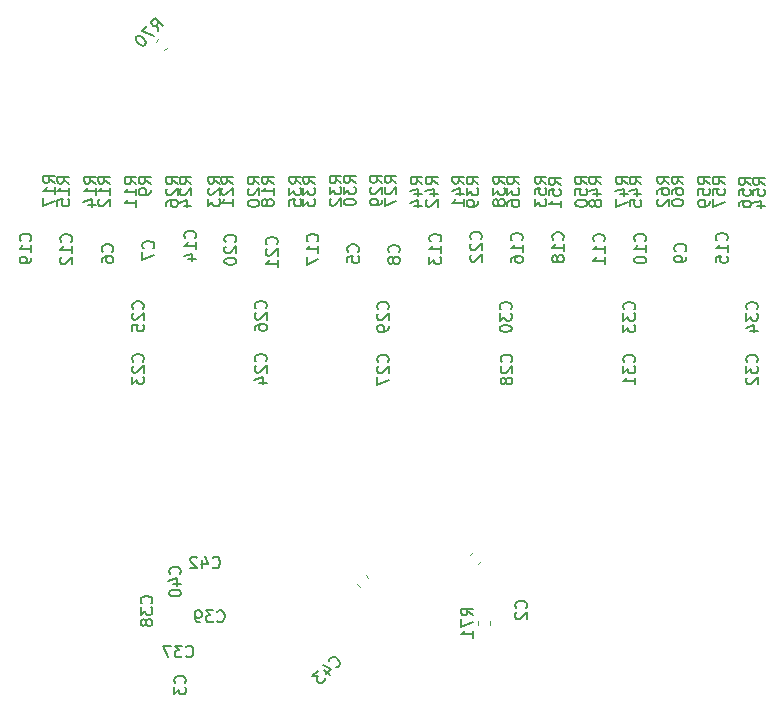
<source format=gbo>
%TF.GenerationSoftware,KiCad,Pcbnew,5.1.6*%
%TF.CreationDate,2020-08-02T00:36:08-04:00*%
%TF.ProjectId,squishy,73717569-7368-4792-9e6b-696361645f70,rev?*%
%TF.SameCoordinates,PX67f3540PY72ba1e0*%
%TF.FileFunction,Legend,Bot*%
%TF.FilePolarity,Positive*%
%FSLAX46Y46*%
G04 Gerber Fmt 4.6, Leading zero omitted, Abs format (unit mm)*
G04 Created by KiCad (PCBNEW 5.1.6) date 2020-08-02 00:36:08*
%MOMM*%
%LPD*%
G01*
G04 APERTURE LIST*
%ADD10C,0.120000*%
%ADD11C,0.150000*%
%ADD12C,1.500000*%
%ADD13O,1.800000X1.800000*%
%ADD14R,1.800000X1.800000*%
%ADD15C,4.100000*%
%ADD16C,1.700000*%
G04 APERTURE END LIST*
D10*
%TO.C,R71*%
X48560000Y11937221D02*
X48560000Y12262779D01*
X47540000Y11937221D02*
X47540000Y12262779D01*
%TO.C,R70*%
X20504478Y61525727D02*
X20274273Y61295522D01*
X21225727Y60804478D02*
X20995522Y60574273D01*
%TO.C,C45*%
X37554478Y15174273D02*
X37324273Y15404478D01*
X38275727Y15895522D02*
X38045522Y16125727D01*
%TO.C,C44*%
X47825727Y17354478D02*
X47595522Y17124273D01*
X47104478Y18075727D02*
X46874273Y17845522D01*
%TO.C,R71*%
D11*
X47152380Y12742858D02*
X46676190Y13076191D01*
X47152380Y13314286D02*
X46152380Y13314286D01*
X46152380Y12933334D01*
X46200000Y12838096D01*
X46247619Y12790477D01*
X46342857Y12742858D01*
X46485714Y12742858D01*
X46580952Y12790477D01*
X46628571Y12838096D01*
X46676190Y12933334D01*
X46676190Y13314286D01*
X46152380Y12409524D02*
X46152380Y11742858D01*
X47152380Y12171429D01*
X47152380Y10838096D02*
X47152380Y11409524D01*
X47152380Y11123810D02*
X46152380Y11123810D01*
X46295238Y11219048D01*
X46390476Y11314286D01*
X46438095Y11409524D01*
%TO.C,R70*%
X20513287Y62195851D02*
X20412272Y62768270D01*
X20917348Y62599912D02*
X20210241Y63307018D01*
X19940867Y63037644D01*
X19907195Y62936629D01*
X19907195Y62869286D01*
X19940867Y62768270D01*
X20041882Y62667255D01*
X20142898Y62633583D01*
X20210241Y62633583D01*
X20311256Y62667255D01*
X20580630Y62936629D01*
X19570478Y62667255D02*
X19099073Y62195851D01*
X20109226Y61791789D01*
X18695012Y61791789D02*
X18627669Y61724446D01*
X18593997Y61623431D01*
X18593997Y61556087D01*
X18627669Y61455072D01*
X18728684Y61286713D01*
X18897043Y61118354D01*
X19065401Y61017339D01*
X19166417Y60983667D01*
X19233760Y60983667D01*
X19334775Y61017339D01*
X19402119Y61084683D01*
X19435791Y61185698D01*
X19435791Y61253041D01*
X19402119Y61354057D01*
X19301104Y61522415D01*
X19132745Y61690774D01*
X18964386Y61791789D01*
X18863371Y61825461D01*
X18796027Y61825461D01*
X18695012Y61791789D01*
%TO.C,C43*%
X35534421Y8324716D02*
X35601765Y8324716D01*
X35736452Y8392060D01*
X35803795Y8459403D01*
X35871139Y8594090D01*
X35871139Y8728777D01*
X35837467Y8829792D01*
X35736452Y8998151D01*
X35635437Y9099166D01*
X35467078Y9200182D01*
X35366063Y9233853D01*
X35231376Y9233853D01*
X35096689Y9166510D01*
X35029345Y9099166D01*
X34962002Y8964479D01*
X34962002Y8897136D01*
X34524269Y8122685D02*
X34995673Y7651281D01*
X34423253Y8560418D02*
X35096689Y8223701D01*
X34658956Y7785968D01*
X33985521Y8055342D02*
X33547788Y7617609D01*
X34052864Y7583937D01*
X33951849Y7482922D01*
X33918177Y7381907D01*
X33918177Y7314563D01*
X33951849Y7213548D01*
X34120208Y7045189D01*
X34221223Y7011518D01*
X34288566Y7011518D01*
X34389582Y7045189D01*
X34591612Y7247220D01*
X34625284Y7348235D01*
X34625284Y7415579D01*
%TO.C,C42*%
X25092857Y16812858D02*
X25140476Y16765239D01*
X25283333Y16717620D01*
X25378571Y16717620D01*
X25521428Y16765239D01*
X25616666Y16860477D01*
X25664285Y16955715D01*
X25711904Y17146191D01*
X25711904Y17289048D01*
X25664285Y17479524D01*
X25616666Y17574762D01*
X25521428Y17670000D01*
X25378571Y17717620D01*
X25283333Y17717620D01*
X25140476Y17670000D01*
X25092857Y17622381D01*
X24235714Y17384286D02*
X24235714Y16717620D01*
X24473809Y17765239D02*
X24711904Y17050953D01*
X24092857Y17050953D01*
X23759523Y17622381D02*
X23711904Y17670000D01*
X23616666Y17717620D01*
X23378571Y17717620D01*
X23283333Y17670000D01*
X23235714Y17622381D01*
X23188095Y17527143D01*
X23188095Y17431905D01*
X23235714Y17289048D01*
X23807142Y16717620D01*
X23188095Y16717620D01*
%TO.C,C40*%
X22307142Y16242858D02*
X22354761Y16290477D01*
X22402380Y16433334D01*
X22402380Y16528572D01*
X22354761Y16671429D01*
X22259523Y16766667D01*
X22164285Y16814286D01*
X21973809Y16861905D01*
X21830952Y16861905D01*
X21640476Y16814286D01*
X21545238Y16766667D01*
X21450000Y16671429D01*
X21402380Y16528572D01*
X21402380Y16433334D01*
X21450000Y16290477D01*
X21497619Y16242858D01*
X21735714Y15385715D02*
X22402380Y15385715D01*
X21354761Y15623810D02*
X22069047Y15861905D01*
X22069047Y15242858D01*
X21402380Y14671429D02*
X21402380Y14576191D01*
X21450000Y14480953D01*
X21497619Y14433334D01*
X21592857Y14385715D01*
X21783333Y14338096D01*
X22021428Y14338096D01*
X22211904Y14385715D01*
X22307142Y14433334D01*
X22354761Y14480953D01*
X22402380Y14576191D01*
X22402380Y14671429D01*
X22354761Y14766667D01*
X22307142Y14814286D01*
X22211904Y14861905D01*
X22021428Y14909524D01*
X21783333Y14909524D01*
X21592857Y14861905D01*
X21497619Y14814286D01*
X21450000Y14766667D01*
X21402380Y14671429D01*
%TO.C,C39*%
X25492857Y12242858D02*
X25540476Y12195239D01*
X25683333Y12147620D01*
X25778571Y12147620D01*
X25921428Y12195239D01*
X26016666Y12290477D01*
X26064285Y12385715D01*
X26111904Y12576191D01*
X26111904Y12719048D01*
X26064285Y12909524D01*
X26016666Y13004762D01*
X25921428Y13100000D01*
X25778571Y13147620D01*
X25683333Y13147620D01*
X25540476Y13100000D01*
X25492857Y13052381D01*
X25159523Y13147620D02*
X24540476Y13147620D01*
X24873809Y12766667D01*
X24730952Y12766667D01*
X24635714Y12719048D01*
X24588095Y12671429D01*
X24540476Y12576191D01*
X24540476Y12338096D01*
X24588095Y12242858D01*
X24635714Y12195239D01*
X24730952Y12147620D01*
X25016666Y12147620D01*
X25111904Y12195239D01*
X25159523Y12242858D01*
X24064285Y12147620D02*
X23873809Y12147620D01*
X23778571Y12195239D01*
X23730952Y12242858D01*
X23635714Y12385715D01*
X23588095Y12576191D01*
X23588095Y12957143D01*
X23635714Y13052381D01*
X23683333Y13100000D01*
X23778571Y13147620D01*
X23969047Y13147620D01*
X24064285Y13100000D01*
X24111904Y13052381D01*
X24159523Y12957143D01*
X24159523Y12719048D01*
X24111904Y12623810D01*
X24064285Y12576191D01*
X23969047Y12528572D01*
X23778571Y12528572D01*
X23683333Y12576191D01*
X23635714Y12623810D01*
X23588095Y12719048D01*
%TO.C,C38*%
X19907142Y13742858D02*
X19954761Y13790477D01*
X20002380Y13933334D01*
X20002380Y14028572D01*
X19954761Y14171429D01*
X19859523Y14266667D01*
X19764285Y14314286D01*
X19573809Y14361905D01*
X19430952Y14361905D01*
X19240476Y14314286D01*
X19145238Y14266667D01*
X19050000Y14171429D01*
X19002380Y14028572D01*
X19002380Y13933334D01*
X19050000Y13790477D01*
X19097619Y13742858D01*
X19002380Y13409524D02*
X19002380Y12790477D01*
X19383333Y13123810D01*
X19383333Y12980953D01*
X19430952Y12885715D01*
X19478571Y12838096D01*
X19573809Y12790477D01*
X19811904Y12790477D01*
X19907142Y12838096D01*
X19954761Y12885715D01*
X20002380Y12980953D01*
X20002380Y13266667D01*
X19954761Y13361905D01*
X19907142Y13409524D01*
X19430952Y12219048D02*
X19383333Y12314286D01*
X19335714Y12361905D01*
X19240476Y12409524D01*
X19192857Y12409524D01*
X19097619Y12361905D01*
X19050000Y12314286D01*
X19002380Y12219048D01*
X19002380Y12028572D01*
X19050000Y11933334D01*
X19097619Y11885715D01*
X19192857Y11838096D01*
X19240476Y11838096D01*
X19335714Y11885715D01*
X19383333Y11933334D01*
X19430952Y12028572D01*
X19430952Y12219048D01*
X19478571Y12314286D01*
X19526190Y12361905D01*
X19621428Y12409524D01*
X19811904Y12409524D01*
X19907142Y12361905D01*
X19954761Y12314286D01*
X20002380Y12219048D01*
X20002380Y12028572D01*
X19954761Y11933334D01*
X19907142Y11885715D01*
X19811904Y11838096D01*
X19621428Y11838096D01*
X19526190Y11885715D01*
X19478571Y11933334D01*
X19430952Y12028572D01*
%TO.C,C37*%
X22842857Y9272858D02*
X22890476Y9225239D01*
X23033333Y9177620D01*
X23128571Y9177620D01*
X23271428Y9225239D01*
X23366666Y9320477D01*
X23414285Y9415715D01*
X23461904Y9606191D01*
X23461904Y9749048D01*
X23414285Y9939524D01*
X23366666Y10034762D01*
X23271428Y10130000D01*
X23128571Y10177620D01*
X23033333Y10177620D01*
X22890476Y10130000D01*
X22842857Y10082381D01*
X22509523Y10177620D02*
X21890476Y10177620D01*
X22223809Y9796667D01*
X22080952Y9796667D01*
X21985714Y9749048D01*
X21938095Y9701429D01*
X21890476Y9606191D01*
X21890476Y9368096D01*
X21938095Y9272858D01*
X21985714Y9225239D01*
X22080952Y9177620D01*
X22366666Y9177620D01*
X22461904Y9225239D01*
X22509523Y9272858D01*
X21557142Y10177620D02*
X20890476Y10177620D01*
X21319047Y9177620D01*
%TO.C,C3*%
X22737142Y7016667D02*
X22784761Y7064286D01*
X22832380Y7207143D01*
X22832380Y7302381D01*
X22784761Y7445239D01*
X22689523Y7540477D01*
X22594285Y7588096D01*
X22403809Y7635715D01*
X22260952Y7635715D01*
X22070476Y7588096D01*
X21975238Y7540477D01*
X21880000Y7445239D01*
X21832380Y7302381D01*
X21832380Y7207143D01*
X21880000Y7064286D01*
X21927619Y7016667D01*
X21832380Y6683334D02*
X21832380Y6064286D01*
X22213333Y6397620D01*
X22213333Y6254762D01*
X22260952Y6159524D01*
X22308571Y6111905D01*
X22403809Y6064286D01*
X22641904Y6064286D01*
X22737142Y6111905D01*
X22784761Y6159524D01*
X22832380Y6254762D01*
X22832380Y6540477D01*
X22784761Y6635715D01*
X22737142Y6683334D01*
%TO.C,C2*%
X51627142Y13366667D02*
X51674761Y13414286D01*
X51722380Y13557143D01*
X51722380Y13652381D01*
X51674761Y13795239D01*
X51579523Y13890477D01*
X51484285Y13938096D01*
X51293809Y13985715D01*
X51150952Y13985715D01*
X50960476Y13938096D01*
X50865238Y13890477D01*
X50770000Y13795239D01*
X50722380Y13652381D01*
X50722380Y13557143D01*
X50770000Y13414286D01*
X50817619Y13366667D01*
X50817619Y12985715D02*
X50770000Y12938096D01*
X50722380Y12842858D01*
X50722380Y12604762D01*
X50770000Y12509524D01*
X50817619Y12461905D01*
X50912857Y12414286D01*
X51008095Y12414286D01*
X51150952Y12461905D01*
X51722380Y13033334D01*
X51722380Y12414286D01*
%TO.C,R62*%
X63752380Y49292858D02*
X63276190Y49626191D01*
X63752380Y49864286D02*
X62752380Y49864286D01*
X62752380Y49483334D01*
X62800000Y49388096D01*
X62847619Y49340477D01*
X62942857Y49292858D01*
X63085714Y49292858D01*
X63180952Y49340477D01*
X63228571Y49388096D01*
X63276190Y49483334D01*
X63276190Y49864286D01*
X62752380Y48435715D02*
X62752380Y48626191D01*
X62800000Y48721429D01*
X62847619Y48769048D01*
X62990476Y48864286D01*
X63180952Y48911905D01*
X63561904Y48911905D01*
X63657142Y48864286D01*
X63704761Y48816667D01*
X63752380Y48721429D01*
X63752380Y48530953D01*
X63704761Y48435715D01*
X63657142Y48388096D01*
X63561904Y48340477D01*
X63323809Y48340477D01*
X63228571Y48388096D01*
X63180952Y48435715D01*
X63133333Y48530953D01*
X63133333Y48721429D01*
X63180952Y48816667D01*
X63228571Y48864286D01*
X63323809Y48911905D01*
X62847619Y47959524D02*
X62800000Y47911905D01*
X62752380Y47816667D01*
X62752380Y47578572D01*
X62800000Y47483334D01*
X62847619Y47435715D01*
X62942857Y47388096D01*
X63038095Y47388096D01*
X63180952Y47435715D01*
X63752380Y48007143D01*
X63752380Y47388096D01*
%TO.C,R60*%
X64952380Y49292858D02*
X64476190Y49626191D01*
X64952380Y49864286D02*
X63952380Y49864286D01*
X63952380Y49483334D01*
X64000000Y49388096D01*
X64047619Y49340477D01*
X64142857Y49292858D01*
X64285714Y49292858D01*
X64380952Y49340477D01*
X64428571Y49388096D01*
X64476190Y49483334D01*
X64476190Y49864286D01*
X63952380Y48435715D02*
X63952380Y48626191D01*
X64000000Y48721429D01*
X64047619Y48769048D01*
X64190476Y48864286D01*
X64380952Y48911905D01*
X64761904Y48911905D01*
X64857142Y48864286D01*
X64904761Y48816667D01*
X64952380Y48721429D01*
X64952380Y48530953D01*
X64904761Y48435715D01*
X64857142Y48388096D01*
X64761904Y48340477D01*
X64523809Y48340477D01*
X64428571Y48388096D01*
X64380952Y48435715D01*
X64333333Y48530953D01*
X64333333Y48721429D01*
X64380952Y48816667D01*
X64428571Y48864286D01*
X64523809Y48911905D01*
X63952380Y47721429D02*
X63952380Y47626191D01*
X64000000Y47530953D01*
X64047619Y47483334D01*
X64142857Y47435715D01*
X64333333Y47388096D01*
X64571428Y47388096D01*
X64761904Y47435715D01*
X64857142Y47483334D01*
X64904761Y47530953D01*
X64952380Y47626191D01*
X64952380Y47721429D01*
X64904761Y47816667D01*
X64857142Y47864286D01*
X64761904Y47911905D01*
X64571428Y47959524D01*
X64333333Y47959524D01*
X64142857Y47911905D01*
X64047619Y47864286D01*
X64000000Y47816667D01*
X63952380Y47721429D01*
%TO.C,R59*%
X67202380Y49242858D02*
X66726190Y49576191D01*
X67202380Y49814286D02*
X66202380Y49814286D01*
X66202380Y49433334D01*
X66250000Y49338096D01*
X66297619Y49290477D01*
X66392857Y49242858D01*
X66535714Y49242858D01*
X66630952Y49290477D01*
X66678571Y49338096D01*
X66726190Y49433334D01*
X66726190Y49814286D01*
X66202380Y48338096D02*
X66202380Y48814286D01*
X66678571Y48861905D01*
X66630952Y48814286D01*
X66583333Y48719048D01*
X66583333Y48480953D01*
X66630952Y48385715D01*
X66678571Y48338096D01*
X66773809Y48290477D01*
X67011904Y48290477D01*
X67107142Y48338096D01*
X67154761Y48385715D01*
X67202380Y48480953D01*
X67202380Y48719048D01*
X67154761Y48814286D01*
X67107142Y48861905D01*
X67202380Y47814286D02*
X67202380Y47623810D01*
X67154761Y47528572D01*
X67107142Y47480953D01*
X66964285Y47385715D01*
X66773809Y47338096D01*
X66392857Y47338096D01*
X66297619Y47385715D01*
X66250000Y47433334D01*
X66202380Y47528572D01*
X66202380Y47719048D01*
X66250000Y47814286D01*
X66297619Y47861905D01*
X66392857Y47909524D01*
X66630952Y47909524D01*
X66726190Y47861905D01*
X66773809Y47814286D01*
X66821428Y47719048D01*
X66821428Y47528572D01*
X66773809Y47433334D01*
X66726190Y47385715D01*
X66630952Y47338096D01*
%TO.C,R57*%
X68452380Y49242858D02*
X67976190Y49576191D01*
X68452380Y49814286D02*
X67452380Y49814286D01*
X67452380Y49433334D01*
X67500000Y49338096D01*
X67547619Y49290477D01*
X67642857Y49242858D01*
X67785714Y49242858D01*
X67880952Y49290477D01*
X67928571Y49338096D01*
X67976190Y49433334D01*
X67976190Y49814286D01*
X67452380Y48338096D02*
X67452380Y48814286D01*
X67928571Y48861905D01*
X67880952Y48814286D01*
X67833333Y48719048D01*
X67833333Y48480953D01*
X67880952Y48385715D01*
X67928571Y48338096D01*
X68023809Y48290477D01*
X68261904Y48290477D01*
X68357142Y48338096D01*
X68404761Y48385715D01*
X68452380Y48480953D01*
X68452380Y48719048D01*
X68404761Y48814286D01*
X68357142Y48861905D01*
X67452380Y47957143D02*
X67452380Y47290477D01*
X68452380Y47719048D01*
%TO.C,R56*%
X70652380Y49192858D02*
X70176190Y49526191D01*
X70652380Y49764286D02*
X69652380Y49764286D01*
X69652380Y49383334D01*
X69700000Y49288096D01*
X69747619Y49240477D01*
X69842857Y49192858D01*
X69985714Y49192858D01*
X70080952Y49240477D01*
X70128571Y49288096D01*
X70176190Y49383334D01*
X70176190Y49764286D01*
X69652380Y48288096D02*
X69652380Y48764286D01*
X70128571Y48811905D01*
X70080952Y48764286D01*
X70033333Y48669048D01*
X70033333Y48430953D01*
X70080952Y48335715D01*
X70128571Y48288096D01*
X70223809Y48240477D01*
X70461904Y48240477D01*
X70557142Y48288096D01*
X70604761Y48335715D01*
X70652380Y48430953D01*
X70652380Y48669048D01*
X70604761Y48764286D01*
X70557142Y48811905D01*
X69652380Y47383334D02*
X69652380Y47573810D01*
X69700000Y47669048D01*
X69747619Y47716667D01*
X69890476Y47811905D01*
X70080952Y47859524D01*
X70461904Y47859524D01*
X70557142Y47811905D01*
X70604761Y47764286D01*
X70652380Y47669048D01*
X70652380Y47478572D01*
X70604761Y47383334D01*
X70557142Y47335715D01*
X70461904Y47288096D01*
X70223809Y47288096D01*
X70128571Y47335715D01*
X70080952Y47383334D01*
X70033333Y47478572D01*
X70033333Y47669048D01*
X70080952Y47764286D01*
X70128571Y47811905D01*
X70223809Y47859524D01*
%TO.C,R54*%
X71852380Y49192858D02*
X71376190Y49526191D01*
X71852380Y49764286D02*
X70852380Y49764286D01*
X70852380Y49383334D01*
X70900000Y49288096D01*
X70947619Y49240477D01*
X71042857Y49192858D01*
X71185714Y49192858D01*
X71280952Y49240477D01*
X71328571Y49288096D01*
X71376190Y49383334D01*
X71376190Y49764286D01*
X70852380Y48288096D02*
X70852380Y48764286D01*
X71328571Y48811905D01*
X71280952Y48764286D01*
X71233333Y48669048D01*
X71233333Y48430953D01*
X71280952Y48335715D01*
X71328571Y48288096D01*
X71423809Y48240477D01*
X71661904Y48240477D01*
X71757142Y48288096D01*
X71804761Y48335715D01*
X71852380Y48430953D01*
X71852380Y48669048D01*
X71804761Y48764286D01*
X71757142Y48811905D01*
X71185714Y47383334D02*
X71852380Y47383334D01*
X70804761Y47621429D02*
X71519047Y47859524D01*
X71519047Y47240477D01*
%TO.C,R53*%
X53352380Y49292858D02*
X52876190Y49626191D01*
X53352380Y49864286D02*
X52352380Y49864286D01*
X52352380Y49483334D01*
X52400000Y49388096D01*
X52447619Y49340477D01*
X52542857Y49292858D01*
X52685714Y49292858D01*
X52780952Y49340477D01*
X52828571Y49388096D01*
X52876190Y49483334D01*
X52876190Y49864286D01*
X52352380Y48388096D02*
X52352380Y48864286D01*
X52828571Y48911905D01*
X52780952Y48864286D01*
X52733333Y48769048D01*
X52733333Y48530953D01*
X52780952Y48435715D01*
X52828571Y48388096D01*
X52923809Y48340477D01*
X53161904Y48340477D01*
X53257142Y48388096D01*
X53304761Y48435715D01*
X53352380Y48530953D01*
X53352380Y48769048D01*
X53304761Y48864286D01*
X53257142Y48911905D01*
X52352380Y48007143D02*
X52352380Y47388096D01*
X52733333Y47721429D01*
X52733333Y47578572D01*
X52780952Y47483334D01*
X52828571Y47435715D01*
X52923809Y47388096D01*
X53161904Y47388096D01*
X53257142Y47435715D01*
X53304761Y47483334D01*
X53352380Y47578572D01*
X53352380Y47864286D01*
X53304761Y47959524D01*
X53257142Y48007143D01*
%TO.C,R51*%
X54552380Y49192858D02*
X54076190Y49526191D01*
X54552380Y49764286D02*
X53552380Y49764286D01*
X53552380Y49383334D01*
X53600000Y49288096D01*
X53647619Y49240477D01*
X53742857Y49192858D01*
X53885714Y49192858D01*
X53980952Y49240477D01*
X54028571Y49288096D01*
X54076190Y49383334D01*
X54076190Y49764286D01*
X53552380Y48288096D02*
X53552380Y48764286D01*
X54028571Y48811905D01*
X53980952Y48764286D01*
X53933333Y48669048D01*
X53933333Y48430953D01*
X53980952Y48335715D01*
X54028571Y48288096D01*
X54123809Y48240477D01*
X54361904Y48240477D01*
X54457142Y48288096D01*
X54504761Y48335715D01*
X54552380Y48430953D01*
X54552380Y48669048D01*
X54504761Y48764286D01*
X54457142Y48811905D01*
X54552380Y47288096D02*
X54552380Y47859524D01*
X54552380Y47573810D02*
X53552380Y47573810D01*
X53695238Y47669048D01*
X53790476Y47764286D01*
X53838095Y47859524D01*
%TO.C,R50*%
X56802380Y49242858D02*
X56326190Y49576191D01*
X56802380Y49814286D02*
X55802380Y49814286D01*
X55802380Y49433334D01*
X55850000Y49338096D01*
X55897619Y49290477D01*
X55992857Y49242858D01*
X56135714Y49242858D01*
X56230952Y49290477D01*
X56278571Y49338096D01*
X56326190Y49433334D01*
X56326190Y49814286D01*
X55802380Y48338096D02*
X55802380Y48814286D01*
X56278571Y48861905D01*
X56230952Y48814286D01*
X56183333Y48719048D01*
X56183333Y48480953D01*
X56230952Y48385715D01*
X56278571Y48338096D01*
X56373809Y48290477D01*
X56611904Y48290477D01*
X56707142Y48338096D01*
X56754761Y48385715D01*
X56802380Y48480953D01*
X56802380Y48719048D01*
X56754761Y48814286D01*
X56707142Y48861905D01*
X55802380Y47671429D02*
X55802380Y47576191D01*
X55850000Y47480953D01*
X55897619Y47433334D01*
X55992857Y47385715D01*
X56183333Y47338096D01*
X56421428Y47338096D01*
X56611904Y47385715D01*
X56707142Y47433334D01*
X56754761Y47480953D01*
X56802380Y47576191D01*
X56802380Y47671429D01*
X56754761Y47766667D01*
X56707142Y47814286D01*
X56611904Y47861905D01*
X56421428Y47909524D01*
X56183333Y47909524D01*
X55992857Y47861905D01*
X55897619Y47814286D01*
X55850000Y47766667D01*
X55802380Y47671429D01*
%TO.C,R48*%
X58002380Y49242858D02*
X57526190Y49576191D01*
X58002380Y49814286D02*
X57002380Y49814286D01*
X57002380Y49433334D01*
X57050000Y49338096D01*
X57097619Y49290477D01*
X57192857Y49242858D01*
X57335714Y49242858D01*
X57430952Y49290477D01*
X57478571Y49338096D01*
X57526190Y49433334D01*
X57526190Y49814286D01*
X57335714Y48385715D02*
X58002380Y48385715D01*
X56954761Y48623810D02*
X57669047Y48861905D01*
X57669047Y48242858D01*
X57430952Y47719048D02*
X57383333Y47814286D01*
X57335714Y47861905D01*
X57240476Y47909524D01*
X57192857Y47909524D01*
X57097619Y47861905D01*
X57050000Y47814286D01*
X57002380Y47719048D01*
X57002380Y47528572D01*
X57050000Y47433334D01*
X57097619Y47385715D01*
X57192857Y47338096D01*
X57240476Y47338096D01*
X57335714Y47385715D01*
X57383333Y47433334D01*
X57430952Y47528572D01*
X57430952Y47719048D01*
X57478571Y47814286D01*
X57526190Y47861905D01*
X57621428Y47909524D01*
X57811904Y47909524D01*
X57907142Y47861905D01*
X57954761Y47814286D01*
X58002380Y47719048D01*
X58002380Y47528572D01*
X57954761Y47433334D01*
X57907142Y47385715D01*
X57811904Y47338096D01*
X57621428Y47338096D01*
X57526190Y47385715D01*
X57478571Y47433334D01*
X57430952Y47528572D01*
%TO.C,R47*%
X60252380Y49242858D02*
X59776190Y49576191D01*
X60252380Y49814286D02*
X59252380Y49814286D01*
X59252380Y49433334D01*
X59300000Y49338096D01*
X59347619Y49290477D01*
X59442857Y49242858D01*
X59585714Y49242858D01*
X59680952Y49290477D01*
X59728571Y49338096D01*
X59776190Y49433334D01*
X59776190Y49814286D01*
X59585714Y48385715D02*
X60252380Y48385715D01*
X59204761Y48623810D02*
X59919047Y48861905D01*
X59919047Y48242858D01*
X59252380Y47957143D02*
X59252380Y47290477D01*
X60252380Y47719048D01*
%TO.C,R45*%
X61402380Y49242858D02*
X60926190Y49576191D01*
X61402380Y49814286D02*
X60402380Y49814286D01*
X60402380Y49433334D01*
X60450000Y49338096D01*
X60497619Y49290477D01*
X60592857Y49242858D01*
X60735714Y49242858D01*
X60830952Y49290477D01*
X60878571Y49338096D01*
X60926190Y49433334D01*
X60926190Y49814286D01*
X60735714Y48385715D02*
X61402380Y48385715D01*
X60354761Y48623810D02*
X61069047Y48861905D01*
X61069047Y48242858D01*
X60402380Y47385715D02*
X60402380Y47861905D01*
X60878571Y47909524D01*
X60830952Y47861905D01*
X60783333Y47766667D01*
X60783333Y47528572D01*
X60830952Y47433334D01*
X60878571Y47385715D01*
X60973809Y47338096D01*
X61211904Y47338096D01*
X61307142Y47385715D01*
X61354761Y47433334D01*
X61402380Y47528572D01*
X61402380Y47766667D01*
X61354761Y47861905D01*
X61307142Y47909524D01*
%TO.C,R44*%
X42852380Y49242858D02*
X42376190Y49576191D01*
X42852380Y49814286D02*
X41852380Y49814286D01*
X41852380Y49433334D01*
X41900000Y49338096D01*
X41947619Y49290477D01*
X42042857Y49242858D01*
X42185714Y49242858D01*
X42280952Y49290477D01*
X42328571Y49338096D01*
X42376190Y49433334D01*
X42376190Y49814286D01*
X42185714Y48385715D02*
X42852380Y48385715D01*
X41804761Y48623810D02*
X42519047Y48861905D01*
X42519047Y48242858D01*
X42185714Y47433334D02*
X42852380Y47433334D01*
X41804761Y47671429D02*
X42519047Y47909524D01*
X42519047Y47290477D01*
%TO.C,R42*%
X44152380Y49242858D02*
X43676190Y49576191D01*
X44152380Y49814286D02*
X43152380Y49814286D01*
X43152380Y49433334D01*
X43200000Y49338096D01*
X43247619Y49290477D01*
X43342857Y49242858D01*
X43485714Y49242858D01*
X43580952Y49290477D01*
X43628571Y49338096D01*
X43676190Y49433334D01*
X43676190Y49814286D01*
X43485714Y48385715D02*
X44152380Y48385715D01*
X43104761Y48623810D02*
X43819047Y48861905D01*
X43819047Y48242858D01*
X43247619Y47909524D02*
X43200000Y47861905D01*
X43152380Y47766667D01*
X43152380Y47528572D01*
X43200000Y47433334D01*
X43247619Y47385715D01*
X43342857Y47338096D01*
X43438095Y47338096D01*
X43580952Y47385715D01*
X44152380Y47957143D01*
X44152380Y47338096D01*
%TO.C,R41*%
X46402380Y49292858D02*
X45926190Y49626191D01*
X46402380Y49864286D02*
X45402380Y49864286D01*
X45402380Y49483334D01*
X45450000Y49388096D01*
X45497619Y49340477D01*
X45592857Y49292858D01*
X45735714Y49292858D01*
X45830952Y49340477D01*
X45878571Y49388096D01*
X45926190Y49483334D01*
X45926190Y49864286D01*
X45735714Y48435715D02*
X46402380Y48435715D01*
X45354761Y48673810D02*
X46069047Y48911905D01*
X46069047Y48292858D01*
X46402380Y47388096D02*
X46402380Y47959524D01*
X46402380Y47673810D02*
X45402380Y47673810D01*
X45545238Y47769048D01*
X45640476Y47864286D01*
X45688095Y47959524D01*
%TO.C,R39*%
X47602380Y49242858D02*
X47126190Y49576191D01*
X47602380Y49814286D02*
X46602380Y49814286D01*
X46602380Y49433334D01*
X46650000Y49338096D01*
X46697619Y49290477D01*
X46792857Y49242858D01*
X46935714Y49242858D01*
X47030952Y49290477D01*
X47078571Y49338096D01*
X47126190Y49433334D01*
X47126190Y49814286D01*
X46602380Y48909524D02*
X46602380Y48290477D01*
X46983333Y48623810D01*
X46983333Y48480953D01*
X47030952Y48385715D01*
X47078571Y48338096D01*
X47173809Y48290477D01*
X47411904Y48290477D01*
X47507142Y48338096D01*
X47554761Y48385715D01*
X47602380Y48480953D01*
X47602380Y48766667D01*
X47554761Y48861905D01*
X47507142Y48909524D01*
X47602380Y47814286D02*
X47602380Y47623810D01*
X47554761Y47528572D01*
X47507142Y47480953D01*
X47364285Y47385715D01*
X47173809Y47338096D01*
X46792857Y47338096D01*
X46697619Y47385715D01*
X46650000Y47433334D01*
X46602380Y47528572D01*
X46602380Y47719048D01*
X46650000Y47814286D01*
X46697619Y47861905D01*
X46792857Y47909524D01*
X47030952Y47909524D01*
X47126190Y47861905D01*
X47173809Y47814286D01*
X47221428Y47719048D01*
X47221428Y47528572D01*
X47173809Y47433334D01*
X47126190Y47385715D01*
X47030952Y47338096D01*
%TO.C,R38*%
X49852380Y49292858D02*
X49376190Y49626191D01*
X49852380Y49864286D02*
X48852380Y49864286D01*
X48852380Y49483334D01*
X48900000Y49388096D01*
X48947619Y49340477D01*
X49042857Y49292858D01*
X49185714Y49292858D01*
X49280952Y49340477D01*
X49328571Y49388096D01*
X49376190Y49483334D01*
X49376190Y49864286D01*
X48852380Y48959524D02*
X48852380Y48340477D01*
X49233333Y48673810D01*
X49233333Y48530953D01*
X49280952Y48435715D01*
X49328571Y48388096D01*
X49423809Y48340477D01*
X49661904Y48340477D01*
X49757142Y48388096D01*
X49804761Y48435715D01*
X49852380Y48530953D01*
X49852380Y48816667D01*
X49804761Y48911905D01*
X49757142Y48959524D01*
X49280952Y47769048D02*
X49233333Y47864286D01*
X49185714Y47911905D01*
X49090476Y47959524D01*
X49042857Y47959524D01*
X48947619Y47911905D01*
X48900000Y47864286D01*
X48852380Y47769048D01*
X48852380Y47578572D01*
X48900000Y47483334D01*
X48947619Y47435715D01*
X49042857Y47388096D01*
X49090476Y47388096D01*
X49185714Y47435715D01*
X49233333Y47483334D01*
X49280952Y47578572D01*
X49280952Y47769048D01*
X49328571Y47864286D01*
X49376190Y47911905D01*
X49471428Y47959524D01*
X49661904Y47959524D01*
X49757142Y47911905D01*
X49804761Y47864286D01*
X49852380Y47769048D01*
X49852380Y47578572D01*
X49804761Y47483334D01*
X49757142Y47435715D01*
X49661904Y47388096D01*
X49471428Y47388096D01*
X49376190Y47435715D01*
X49328571Y47483334D01*
X49280952Y47578572D01*
%TO.C,R36*%
X51052380Y49242858D02*
X50576190Y49576191D01*
X51052380Y49814286D02*
X50052380Y49814286D01*
X50052380Y49433334D01*
X50100000Y49338096D01*
X50147619Y49290477D01*
X50242857Y49242858D01*
X50385714Y49242858D01*
X50480952Y49290477D01*
X50528571Y49338096D01*
X50576190Y49433334D01*
X50576190Y49814286D01*
X50052380Y48909524D02*
X50052380Y48290477D01*
X50433333Y48623810D01*
X50433333Y48480953D01*
X50480952Y48385715D01*
X50528571Y48338096D01*
X50623809Y48290477D01*
X50861904Y48290477D01*
X50957142Y48338096D01*
X51004761Y48385715D01*
X51052380Y48480953D01*
X51052380Y48766667D01*
X51004761Y48861905D01*
X50957142Y48909524D01*
X50052380Y47433334D02*
X50052380Y47623810D01*
X50100000Y47719048D01*
X50147619Y47766667D01*
X50290476Y47861905D01*
X50480952Y47909524D01*
X50861904Y47909524D01*
X50957142Y47861905D01*
X51004761Y47814286D01*
X51052380Y47719048D01*
X51052380Y47528572D01*
X51004761Y47433334D01*
X50957142Y47385715D01*
X50861904Y47338096D01*
X50623809Y47338096D01*
X50528571Y47385715D01*
X50480952Y47433334D01*
X50433333Y47528572D01*
X50433333Y47719048D01*
X50480952Y47814286D01*
X50528571Y47861905D01*
X50623809Y47909524D01*
%TO.C,R35*%
X32602380Y49292858D02*
X32126190Y49626191D01*
X32602380Y49864286D02*
X31602380Y49864286D01*
X31602380Y49483334D01*
X31650000Y49388096D01*
X31697619Y49340477D01*
X31792857Y49292858D01*
X31935714Y49292858D01*
X32030952Y49340477D01*
X32078571Y49388096D01*
X32126190Y49483334D01*
X32126190Y49864286D01*
X31602380Y48959524D02*
X31602380Y48340477D01*
X31983333Y48673810D01*
X31983333Y48530953D01*
X32030952Y48435715D01*
X32078571Y48388096D01*
X32173809Y48340477D01*
X32411904Y48340477D01*
X32507142Y48388096D01*
X32554761Y48435715D01*
X32602380Y48530953D01*
X32602380Y48816667D01*
X32554761Y48911905D01*
X32507142Y48959524D01*
X31602380Y47435715D02*
X31602380Y47911905D01*
X32078571Y47959524D01*
X32030952Y47911905D01*
X31983333Y47816667D01*
X31983333Y47578572D01*
X32030952Y47483334D01*
X32078571Y47435715D01*
X32173809Y47388096D01*
X32411904Y47388096D01*
X32507142Y47435715D01*
X32554761Y47483334D01*
X32602380Y47578572D01*
X32602380Y47816667D01*
X32554761Y47911905D01*
X32507142Y47959524D01*
%TO.C,R33*%
X33752380Y49292858D02*
X33276190Y49626191D01*
X33752380Y49864286D02*
X32752380Y49864286D01*
X32752380Y49483334D01*
X32800000Y49388096D01*
X32847619Y49340477D01*
X32942857Y49292858D01*
X33085714Y49292858D01*
X33180952Y49340477D01*
X33228571Y49388096D01*
X33276190Y49483334D01*
X33276190Y49864286D01*
X32752380Y48959524D02*
X32752380Y48340477D01*
X33133333Y48673810D01*
X33133333Y48530953D01*
X33180952Y48435715D01*
X33228571Y48388096D01*
X33323809Y48340477D01*
X33561904Y48340477D01*
X33657142Y48388096D01*
X33704761Y48435715D01*
X33752380Y48530953D01*
X33752380Y48816667D01*
X33704761Y48911905D01*
X33657142Y48959524D01*
X32752380Y48007143D02*
X32752380Y47388096D01*
X33133333Y47721429D01*
X33133333Y47578572D01*
X33180952Y47483334D01*
X33228571Y47435715D01*
X33323809Y47388096D01*
X33561904Y47388096D01*
X33657142Y47435715D01*
X33704761Y47483334D01*
X33752380Y47578572D01*
X33752380Y47864286D01*
X33704761Y47959524D01*
X33657142Y48007143D01*
%TO.C,R32*%
X36002380Y49327858D02*
X35526190Y49661191D01*
X36002380Y49899286D02*
X35002380Y49899286D01*
X35002380Y49518334D01*
X35050000Y49423096D01*
X35097619Y49375477D01*
X35192857Y49327858D01*
X35335714Y49327858D01*
X35430952Y49375477D01*
X35478571Y49423096D01*
X35526190Y49518334D01*
X35526190Y49899286D01*
X35002380Y48994524D02*
X35002380Y48375477D01*
X35383333Y48708810D01*
X35383333Y48565953D01*
X35430952Y48470715D01*
X35478571Y48423096D01*
X35573809Y48375477D01*
X35811904Y48375477D01*
X35907142Y48423096D01*
X35954761Y48470715D01*
X36002380Y48565953D01*
X36002380Y48851667D01*
X35954761Y48946905D01*
X35907142Y48994524D01*
X35097619Y47994524D02*
X35050000Y47946905D01*
X35002380Y47851667D01*
X35002380Y47613572D01*
X35050000Y47518334D01*
X35097619Y47470715D01*
X35192857Y47423096D01*
X35288095Y47423096D01*
X35430952Y47470715D01*
X36002380Y48042143D01*
X36002380Y47423096D01*
%TO.C,R30*%
X37202380Y49342858D02*
X36726190Y49676191D01*
X37202380Y49914286D02*
X36202380Y49914286D01*
X36202380Y49533334D01*
X36250000Y49438096D01*
X36297619Y49390477D01*
X36392857Y49342858D01*
X36535714Y49342858D01*
X36630952Y49390477D01*
X36678571Y49438096D01*
X36726190Y49533334D01*
X36726190Y49914286D01*
X36202380Y49009524D02*
X36202380Y48390477D01*
X36583333Y48723810D01*
X36583333Y48580953D01*
X36630952Y48485715D01*
X36678571Y48438096D01*
X36773809Y48390477D01*
X37011904Y48390477D01*
X37107142Y48438096D01*
X37154761Y48485715D01*
X37202380Y48580953D01*
X37202380Y48866667D01*
X37154761Y48961905D01*
X37107142Y49009524D01*
X36202380Y47771429D02*
X36202380Y47676191D01*
X36250000Y47580953D01*
X36297619Y47533334D01*
X36392857Y47485715D01*
X36583333Y47438096D01*
X36821428Y47438096D01*
X37011904Y47485715D01*
X37107142Y47533334D01*
X37154761Y47580953D01*
X37202380Y47676191D01*
X37202380Y47771429D01*
X37154761Y47866667D01*
X37107142Y47914286D01*
X37011904Y47961905D01*
X36821428Y48009524D01*
X36583333Y48009524D01*
X36392857Y47961905D01*
X36297619Y47914286D01*
X36250000Y47866667D01*
X36202380Y47771429D01*
%TO.C,R29*%
X39452380Y49342858D02*
X38976190Y49676191D01*
X39452380Y49914286D02*
X38452380Y49914286D01*
X38452380Y49533334D01*
X38500000Y49438096D01*
X38547619Y49390477D01*
X38642857Y49342858D01*
X38785714Y49342858D01*
X38880952Y49390477D01*
X38928571Y49438096D01*
X38976190Y49533334D01*
X38976190Y49914286D01*
X38547619Y48961905D02*
X38500000Y48914286D01*
X38452380Y48819048D01*
X38452380Y48580953D01*
X38500000Y48485715D01*
X38547619Y48438096D01*
X38642857Y48390477D01*
X38738095Y48390477D01*
X38880952Y48438096D01*
X39452380Y49009524D01*
X39452380Y48390477D01*
X39452380Y47914286D02*
X39452380Y47723810D01*
X39404761Y47628572D01*
X39357142Y47580953D01*
X39214285Y47485715D01*
X39023809Y47438096D01*
X38642857Y47438096D01*
X38547619Y47485715D01*
X38500000Y47533334D01*
X38452380Y47628572D01*
X38452380Y47819048D01*
X38500000Y47914286D01*
X38547619Y47961905D01*
X38642857Y48009524D01*
X38880952Y48009524D01*
X38976190Y47961905D01*
X39023809Y47914286D01*
X39071428Y47819048D01*
X39071428Y47628572D01*
X39023809Y47533334D01*
X38976190Y47485715D01*
X38880952Y47438096D01*
%TO.C,R27*%
X40652380Y49342858D02*
X40176190Y49676191D01*
X40652380Y49914286D02*
X39652380Y49914286D01*
X39652380Y49533334D01*
X39700000Y49438096D01*
X39747619Y49390477D01*
X39842857Y49342858D01*
X39985714Y49342858D01*
X40080952Y49390477D01*
X40128571Y49438096D01*
X40176190Y49533334D01*
X40176190Y49914286D01*
X39747619Y48961905D02*
X39700000Y48914286D01*
X39652380Y48819048D01*
X39652380Y48580953D01*
X39700000Y48485715D01*
X39747619Y48438096D01*
X39842857Y48390477D01*
X39938095Y48390477D01*
X40080952Y48438096D01*
X40652380Y49009524D01*
X40652380Y48390477D01*
X39652380Y48057143D02*
X39652380Y47390477D01*
X40652380Y47819048D01*
%TO.C,R26*%
X22152380Y49242858D02*
X21676190Y49576191D01*
X22152380Y49814286D02*
X21152380Y49814286D01*
X21152380Y49433334D01*
X21200000Y49338096D01*
X21247619Y49290477D01*
X21342857Y49242858D01*
X21485714Y49242858D01*
X21580952Y49290477D01*
X21628571Y49338096D01*
X21676190Y49433334D01*
X21676190Y49814286D01*
X21247619Y48861905D02*
X21200000Y48814286D01*
X21152380Y48719048D01*
X21152380Y48480953D01*
X21200000Y48385715D01*
X21247619Y48338096D01*
X21342857Y48290477D01*
X21438095Y48290477D01*
X21580952Y48338096D01*
X22152380Y48909524D01*
X22152380Y48290477D01*
X21152380Y47433334D02*
X21152380Y47623810D01*
X21200000Y47719048D01*
X21247619Y47766667D01*
X21390476Y47861905D01*
X21580952Y47909524D01*
X21961904Y47909524D01*
X22057142Y47861905D01*
X22104761Y47814286D01*
X22152380Y47719048D01*
X22152380Y47528572D01*
X22104761Y47433334D01*
X22057142Y47385715D01*
X21961904Y47338096D01*
X21723809Y47338096D01*
X21628571Y47385715D01*
X21580952Y47433334D01*
X21533333Y47528572D01*
X21533333Y47719048D01*
X21580952Y47814286D01*
X21628571Y47861905D01*
X21723809Y47909524D01*
%TO.C,R24*%
X23302380Y49242858D02*
X22826190Y49576191D01*
X23302380Y49814286D02*
X22302380Y49814286D01*
X22302380Y49433334D01*
X22350000Y49338096D01*
X22397619Y49290477D01*
X22492857Y49242858D01*
X22635714Y49242858D01*
X22730952Y49290477D01*
X22778571Y49338096D01*
X22826190Y49433334D01*
X22826190Y49814286D01*
X22397619Y48861905D02*
X22350000Y48814286D01*
X22302380Y48719048D01*
X22302380Y48480953D01*
X22350000Y48385715D01*
X22397619Y48338096D01*
X22492857Y48290477D01*
X22588095Y48290477D01*
X22730952Y48338096D01*
X23302380Y48909524D01*
X23302380Y48290477D01*
X22635714Y47433334D02*
X23302380Y47433334D01*
X22254761Y47671429D02*
X22969047Y47909524D01*
X22969047Y47290477D01*
%TO.C,R23*%
X25702380Y49292858D02*
X25226190Y49626191D01*
X25702380Y49864286D02*
X24702380Y49864286D01*
X24702380Y49483334D01*
X24750000Y49388096D01*
X24797619Y49340477D01*
X24892857Y49292858D01*
X25035714Y49292858D01*
X25130952Y49340477D01*
X25178571Y49388096D01*
X25226190Y49483334D01*
X25226190Y49864286D01*
X24797619Y48911905D02*
X24750000Y48864286D01*
X24702380Y48769048D01*
X24702380Y48530953D01*
X24750000Y48435715D01*
X24797619Y48388096D01*
X24892857Y48340477D01*
X24988095Y48340477D01*
X25130952Y48388096D01*
X25702380Y48959524D01*
X25702380Y48340477D01*
X24702380Y48007143D02*
X24702380Y47388096D01*
X25083333Y47721429D01*
X25083333Y47578572D01*
X25130952Y47483334D01*
X25178571Y47435715D01*
X25273809Y47388096D01*
X25511904Y47388096D01*
X25607142Y47435715D01*
X25654761Y47483334D01*
X25702380Y47578572D01*
X25702380Y47864286D01*
X25654761Y47959524D01*
X25607142Y48007143D01*
%TO.C,R21*%
X26802380Y49292858D02*
X26326190Y49626191D01*
X26802380Y49864286D02*
X25802380Y49864286D01*
X25802380Y49483334D01*
X25850000Y49388096D01*
X25897619Y49340477D01*
X25992857Y49292858D01*
X26135714Y49292858D01*
X26230952Y49340477D01*
X26278571Y49388096D01*
X26326190Y49483334D01*
X26326190Y49864286D01*
X25897619Y48911905D02*
X25850000Y48864286D01*
X25802380Y48769048D01*
X25802380Y48530953D01*
X25850000Y48435715D01*
X25897619Y48388096D01*
X25992857Y48340477D01*
X26088095Y48340477D01*
X26230952Y48388096D01*
X26802380Y48959524D01*
X26802380Y48340477D01*
X26802380Y47388096D02*
X26802380Y47959524D01*
X26802380Y47673810D02*
X25802380Y47673810D01*
X25945238Y47769048D01*
X26040476Y47864286D01*
X26088095Y47959524D01*
%TO.C,R20*%
X29052380Y49242858D02*
X28576190Y49576191D01*
X29052380Y49814286D02*
X28052380Y49814286D01*
X28052380Y49433334D01*
X28100000Y49338096D01*
X28147619Y49290477D01*
X28242857Y49242858D01*
X28385714Y49242858D01*
X28480952Y49290477D01*
X28528571Y49338096D01*
X28576190Y49433334D01*
X28576190Y49814286D01*
X28147619Y48861905D02*
X28100000Y48814286D01*
X28052380Y48719048D01*
X28052380Y48480953D01*
X28100000Y48385715D01*
X28147619Y48338096D01*
X28242857Y48290477D01*
X28338095Y48290477D01*
X28480952Y48338096D01*
X29052380Y48909524D01*
X29052380Y48290477D01*
X28052380Y47671429D02*
X28052380Y47576191D01*
X28100000Y47480953D01*
X28147619Y47433334D01*
X28242857Y47385715D01*
X28433333Y47338096D01*
X28671428Y47338096D01*
X28861904Y47385715D01*
X28957142Y47433334D01*
X29004761Y47480953D01*
X29052380Y47576191D01*
X29052380Y47671429D01*
X29004761Y47766667D01*
X28957142Y47814286D01*
X28861904Y47861905D01*
X28671428Y47909524D01*
X28433333Y47909524D01*
X28242857Y47861905D01*
X28147619Y47814286D01*
X28100000Y47766667D01*
X28052380Y47671429D01*
%TO.C,R18*%
X30252380Y49292858D02*
X29776190Y49626191D01*
X30252380Y49864286D02*
X29252380Y49864286D01*
X29252380Y49483334D01*
X29300000Y49388096D01*
X29347619Y49340477D01*
X29442857Y49292858D01*
X29585714Y49292858D01*
X29680952Y49340477D01*
X29728571Y49388096D01*
X29776190Y49483334D01*
X29776190Y49864286D01*
X30252380Y48340477D02*
X30252380Y48911905D01*
X30252380Y48626191D02*
X29252380Y48626191D01*
X29395238Y48721429D01*
X29490476Y48816667D01*
X29538095Y48911905D01*
X29680952Y47769048D02*
X29633333Y47864286D01*
X29585714Y47911905D01*
X29490476Y47959524D01*
X29442857Y47959524D01*
X29347619Y47911905D01*
X29300000Y47864286D01*
X29252380Y47769048D01*
X29252380Y47578572D01*
X29300000Y47483334D01*
X29347619Y47435715D01*
X29442857Y47388096D01*
X29490476Y47388096D01*
X29585714Y47435715D01*
X29633333Y47483334D01*
X29680952Y47578572D01*
X29680952Y47769048D01*
X29728571Y47864286D01*
X29776190Y47911905D01*
X29871428Y47959524D01*
X30061904Y47959524D01*
X30157142Y47911905D01*
X30204761Y47864286D01*
X30252380Y47769048D01*
X30252380Y47578572D01*
X30204761Y47483334D01*
X30157142Y47435715D01*
X30061904Y47388096D01*
X29871428Y47388096D01*
X29776190Y47435715D01*
X29728571Y47483334D01*
X29680952Y47578572D01*
%TO.C,R17*%
X11752380Y49342858D02*
X11276190Y49676191D01*
X11752380Y49914286D02*
X10752380Y49914286D01*
X10752380Y49533334D01*
X10800000Y49438096D01*
X10847619Y49390477D01*
X10942857Y49342858D01*
X11085714Y49342858D01*
X11180952Y49390477D01*
X11228571Y49438096D01*
X11276190Y49533334D01*
X11276190Y49914286D01*
X11752380Y48390477D02*
X11752380Y48961905D01*
X11752380Y48676191D02*
X10752380Y48676191D01*
X10895238Y48771429D01*
X10990476Y48866667D01*
X11038095Y48961905D01*
X10752380Y48057143D02*
X10752380Y47390477D01*
X11752380Y47819048D01*
%TO.C,R15*%
X12952380Y49292858D02*
X12476190Y49626191D01*
X12952380Y49864286D02*
X11952380Y49864286D01*
X11952380Y49483334D01*
X12000000Y49388096D01*
X12047619Y49340477D01*
X12142857Y49292858D01*
X12285714Y49292858D01*
X12380952Y49340477D01*
X12428571Y49388096D01*
X12476190Y49483334D01*
X12476190Y49864286D01*
X12952380Y48340477D02*
X12952380Y48911905D01*
X12952380Y48626191D02*
X11952380Y48626191D01*
X12095238Y48721429D01*
X12190476Y48816667D01*
X12238095Y48911905D01*
X11952380Y47435715D02*
X11952380Y47911905D01*
X12428571Y47959524D01*
X12380952Y47911905D01*
X12333333Y47816667D01*
X12333333Y47578572D01*
X12380952Y47483334D01*
X12428571Y47435715D01*
X12523809Y47388096D01*
X12761904Y47388096D01*
X12857142Y47435715D01*
X12904761Y47483334D01*
X12952380Y47578572D01*
X12952380Y47816667D01*
X12904761Y47911905D01*
X12857142Y47959524D01*
%TO.C,R14*%
X15202380Y49292858D02*
X14726190Y49626191D01*
X15202380Y49864286D02*
X14202380Y49864286D01*
X14202380Y49483334D01*
X14250000Y49388096D01*
X14297619Y49340477D01*
X14392857Y49292858D01*
X14535714Y49292858D01*
X14630952Y49340477D01*
X14678571Y49388096D01*
X14726190Y49483334D01*
X14726190Y49864286D01*
X15202380Y48340477D02*
X15202380Y48911905D01*
X15202380Y48626191D02*
X14202380Y48626191D01*
X14345238Y48721429D01*
X14440476Y48816667D01*
X14488095Y48911905D01*
X14535714Y47483334D02*
X15202380Y47483334D01*
X14154761Y47721429D02*
X14869047Y47959524D01*
X14869047Y47340477D01*
%TO.C,R12*%
X16402380Y49292858D02*
X15926190Y49626191D01*
X16402380Y49864286D02*
X15402380Y49864286D01*
X15402380Y49483334D01*
X15450000Y49388096D01*
X15497619Y49340477D01*
X15592857Y49292858D01*
X15735714Y49292858D01*
X15830952Y49340477D01*
X15878571Y49388096D01*
X15926190Y49483334D01*
X15926190Y49864286D01*
X16402380Y48340477D02*
X16402380Y48911905D01*
X16402380Y48626191D02*
X15402380Y48626191D01*
X15545238Y48721429D01*
X15640476Y48816667D01*
X15688095Y48911905D01*
X15497619Y47959524D02*
X15450000Y47911905D01*
X15402380Y47816667D01*
X15402380Y47578572D01*
X15450000Y47483334D01*
X15497619Y47435715D01*
X15592857Y47388096D01*
X15688095Y47388096D01*
X15830952Y47435715D01*
X16402380Y48007143D01*
X16402380Y47388096D01*
%TO.C,R11*%
X18652380Y49242858D02*
X18176190Y49576191D01*
X18652380Y49814286D02*
X17652380Y49814286D01*
X17652380Y49433334D01*
X17700000Y49338096D01*
X17747619Y49290477D01*
X17842857Y49242858D01*
X17985714Y49242858D01*
X18080952Y49290477D01*
X18128571Y49338096D01*
X18176190Y49433334D01*
X18176190Y49814286D01*
X18652380Y48290477D02*
X18652380Y48861905D01*
X18652380Y48576191D02*
X17652380Y48576191D01*
X17795238Y48671429D01*
X17890476Y48766667D01*
X17938095Y48861905D01*
X18652380Y47338096D02*
X18652380Y47909524D01*
X18652380Y47623810D02*
X17652380Y47623810D01*
X17795238Y47719048D01*
X17890476Y47814286D01*
X17938095Y47909524D01*
%TO.C,R9*%
X19852380Y49266667D02*
X19376190Y49600000D01*
X19852380Y49838096D02*
X18852380Y49838096D01*
X18852380Y49457143D01*
X18900000Y49361905D01*
X18947619Y49314286D01*
X19042857Y49266667D01*
X19185714Y49266667D01*
X19280952Y49314286D01*
X19328571Y49361905D01*
X19376190Y49457143D01*
X19376190Y49838096D01*
X19852380Y48790477D02*
X19852380Y48600000D01*
X19804761Y48504762D01*
X19757142Y48457143D01*
X19614285Y48361905D01*
X19423809Y48314286D01*
X19042857Y48314286D01*
X18947619Y48361905D01*
X18900000Y48409524D01*
X18852380Y48504762D01*
X18852380Y48695239D01*
X18900000Y48790477D01*
X18947619Y48838096D01*
X19042857Y48885715D01*
X19280952Y48885715D01*
X19376190Y48838096D01*
X19423809Y48790477D01*
X19471428Y48695239D01*
X19471428Y48504762D01*
X19423809Y48409524D01*
X19376190Y48361905D01*
X19280952Y48314286D01*
%TO.C,C34*%
X71177142Y38642858D02*
X71224761Y38690477D01*
X71272380Y38833334D01*
X71272380Y38928572D01*
X71224761Y39071429D01*
X71129523Y39166667D01*
X71034285Y39214286D01*
X70843809Y39261905D01*
X70700952Y39261905D01*
X70510476Y39214286D01*
X70415238Y39166667D01*
X70320000Y39071429D01*
X70272380Y38928572D01*
X70272380Y38833334D01*
X70320000Y38690477D01*
X70367619Y38642858D01*
X70272380Y38309524D02*
X70272380Y37690477D01*
X70653333Y38023810D01*
X70653333Y37880953D01*
X70700952Y37785715D01*
X70748571Y37738096D01*
X70843809Y37690477D01*
X71081904Y37690477D01*
X71177142Y37738096D01*
X71224761Y37785715D01*
X71272380Y37880953D01*
X71272380Y38166667D01*
X71224761Y38261905D01*
X71177142Y38309524D01*
X70605714Y36833334D02*
X71272380Y36833334D01*
X70224761Y37071429D02*
X70939047Y37309524D01*
X70939047Y36690477D01*
%TO.C,C33*%
X60777142Y38642858D02*
X60824761Y38690477D01*
X60872380Y38833334D01*
X60872380Y38928572D01*
X60824761Y39071429D01*
X60729523Y39166667D01*
X60634285Y39214286D01*
X60443809Y39261905D01*
X60300952Y39261905D01*
X60110476Y39214286D01*
X60015238Y39166667D01*
X59920000Y39071429D01*
X59872380Y38928572D01*
X59872380Y38833334D01*
X59920000Y38690477D01*
X59967619Y38642858D01*
X59872380Y38309524D02*
X59872380Y37690477D01*
X60253333Y38023810D01*
X60253333Y37880953D01*
X60300952Y37785715D01*
X60348571Y37738096D01*
X60443809Y37690477D01*
X60681904Y37690477D01*
X60777142Y37738096D01*
X60824761Y37785715D01*
X60872380Y37880953D01*
X60872380Y38166667D01*
X60824761Y38261905D01*
X60777142Y38309524D01*
X59872380Y37357143D02*
X59872380Y36738096D01*
X60253333Y37071429D01*
X60253333Y36928572D01*
X60300952Y36833334D01*
X60348571Y36785715D01*
X60443809Y36738096D01*
X60681904Y36738096D01*
X60777142Y36785715D01*
X60824761Y36833334D01*
X60872380Y36928572D01*
X60872380Y37214286D01*
X60824761Y37309524D01*
X60777142Y37357143D01*
%TO.C,C32*%
X71177142Y34192858D02*
X71224761Y34240477D01*
X71272380Y34383334D01*
X71272380Y34478572D01*
X71224761Y34621429D01*
X71129523Y34716667D01*
X71034285Y34764286D01*
X70843809Y34811905D01*
X70700952Y34811905D01*
X70510476Y34764286D01*
X70415238Y34716667D01*
X70320000Y34621429D01*
X70272380Y34478572D01*
X70272380Y34383334D01*
X70320000Y34240477D01*
X70367619Y34192858D01*
X70272380Y33859524D02*
X70272380Y33240477D01*
X70653333Y33573810D01*
X70653333Y33430953D01*
X70700952Y33335715D01*
X70748571Y33288096D01*
X70843809Y33240477D01*
X71081904Y33240477D01*
X71177142Y33288096D01*
X71224761Y33335715D01*
X71272380Y33430953D01*
X71272380Y33716667D01*
X71224761Y33811905D01*
X71177142Y33859524D01*
X70367619Y32859524D02*
X70320000Y32811905D01*
X70272380Y32716667D01*
X70272380Y32478572D01*
X70320000Y32383334D01*
X70367619Y32335715D01*
X70462857Y32288096D01*
X70558095Y32288096D01*
X70700952Y32335715D01*
X71272380Y32907143D01*
X71272380Y32288096D01*
%TO.C,C31*%
X60777142Y34192858D02*
X60824761Y34240477D01*
X60872380Y34383334D01*
X60872380Y34478572D01*
X60824761Y34621429D01*
X60729523Y34716667D01*
X60634285Y34764286D01*
X60443809Y34811905D01*
X60300952Y34811905D01*
X60110476Y34764286D01*
X60015238Y34716667D01*
X59920000Y34621429D01*
X59872380Y34478572D01*
X59872380Y34383334D01*
X59920000Y34240477D01*
X59967619Y34192858D01*
X59872380Y33859524D02*
X59872380Y33240477D01*
X60253333Y33573810D01*
X60253333Y33430953D01*
X60300952Y33335715D01*
X60348571Y33288096D01*
X60443809Y33240477D01*
X60681904Y33240477D01*
X60777142Y33288096D01*
X60824761Y33335715D01*
X60872380Y33430953D01*
X60872380Y33716667D01*
X60824761Y33811905D01*
X60777142Y33859524D01*
X60872380Y32288096D02*
X60872380Y32859524D01*
X60872380Y32573810D02*
X59872380Y32573810D01*
X60015238Y32669048D01*
X60110476Y32764286D01*
X60158095Y32859524D01*
%TO.C,C30*%
X50327142Y38642858D02*
X50374761Y38690477D01*
X50422380Y38833334D01*
X50422380Y38928572D01*
X50374761Y39071429D01*
X50279523Y39166667D01*
X50184285Y39214286D01*
X49993809Y39261905D01*
X49850952Y39261905D01*
X49660476Y39214286D01*
X49565238Y39166667D01*
X49470000Y39071429D01*
X49422380Y38928572D01*
X49422380Y38833334D01*
X49470000Y38690477D01*
X49517619Y38642858D01*
X49422380Y38309524D02*
X49422380Y37690477D01*
X49803333Y38023810D01*
X49803333Y37880953D01*
X49850952Y37785715D01*
X49898571Y37738096D01*
X49993809Y37690477D01*
X50231904Y37690477D01*
X50327142Y37738096D01*
X50374761Y37785715D01*
X50422380Y37880953D01*
X50422380Y38166667D01*
X50374761Y38261905D01*
X50327142Y38309524D01*
X49422380Y37071429D02*
X49422380Y36976191D01*
X49470000Y36880953D01*
X49517619Y36833334D01*
X49612857Y36785715D01*
X49803333Y36738096D01*
X50041428Y36738096D01*
X50231904Y36785715D01*
X50327142Y36833334D01*
X50374761Y36880953D01*
X50422380Y36976191D01*
X50422380Y37071429D01*
X50374761Y37166667D01*
X50327142Y37214286D01*
X50231904Y37261905D01*
X50041428Y37309524D01*
X49803333Y37309524D01*
X49612857Y37261905D01*
X49517619Y37214286D01*
X49470000Y37166667D01*
X49422380Y37071429D01*
%TO.C,C29*%
X39927142Y38657858D02*
X39974761Y38705477D01*
X40022380Y38848334D01*
X40022380Y38943572D01*
X39974761Y39086429D01*
X39879523Y39181667D01*
X39784285Y39229286D01*
X39593809Y39276905D01*
X39450952Y39276905D01*
X39260476Y39229286D01*
X39165238Y39181667D01*
X39070000Y39086429D01*
X39022380Y38943572D01*
X39022380Y38848334D01*
X39070000Y38705477D01*
X39117619Y38657858D01*
X39117619Y38276905D02*
X39070000Y38229286D01*
X39022380Y38134048D01*
X39022380Y37895953D01*
X39070000Y37800715D01*
X39117619Y37753096D01*
X39212857Y37705477D01*
X39308095Y37705477D01*
X39450952Y37753096D01*
X40022380Y38324524D01*
X40022380Y37705477D01*
X40022380Y37229286D02*
X40022380Y37038810D01*
X39974761Y36943572D01*
X39927142Y36895953D01*
X39784285Y36800715D01*
X39593809Y36753096D01*
X39212857Y36753096D01*
X39117619Y36800715D01*
X39070000Y36848334D01*
X39022380Y36943572D01*
X39022380Y37134048D01*
X39070000Y37229286D01*
X39117619Y37276905D01*
X39212857Y37324524D01*
X39450952Y37324524D01*
X39546190Y37276905D01*
X39593809Y37229286D01*
X39641428Y37134048D01*
X39641428Y36943572D01*
X39593809Y36848334D01*
X39546190Y36800715D01*
X39450952Y36753096D01*
%TO.C,C28*%
X50377142Y34192858D02*
X50424761Y34240477D01*
X50472380Y34383334D01*
X50472380Y34478572D01*
X50424761Y34621429D01*
X50329523Y34716667D01*
X50234285Y34764286D01*
X50043809Y34811905D01*
X49900952Y34811905D01*
X49710476Y34764286D01*
X49615238Y34716667D01*
X49520000Y34621429D01*
X49472380Y34478572D01*
X49472380Y34383334D01*
X49520000Y34240477D01*
X49567619Y34192858D01*
X49567619Y33811905D02*
X49520000Y33764286D01*
X49472380Y33669048D01*
X49472380Y33430953D01*
X49520000Y33335715D01*
X49567619Y33288096D01*
X49662857Y33240477D01*
X49758095Y33240477D01*
X49900952Y33288096D01*
X50472380Y33859524D01*
X50472380Y33240477D01*
X49900952Y32669048D02*
X49853333Y32764286D01*
X49805714Y32811905D01*
X49710476Y32859524D01*
X49662857Y32859524D01*
X49567619Y32811905D01*
X49520000Y32764286D01*
X49472380Y32669048D01*
X49472380Y32478572D01*
X49520000Y32383334D01*
X49567619Y32335715D01*
X49662857Y32288096D01*
X49710476Y32288096D01*
X49805714Y32335715D01*
X49853333Y32383334D01*
X49900952Y32478572D01*
X49900952Y32669048D01*
X49948571Y32764286D01*
X49996190Y32811905D01*
X50091428Y32859524D01*
X50281904Y32859524D01*
X50377142Y32811905D01*
X50424761Y32764286D01*
X50472380Y32669048D01*
X50472380Y32478572D01*
X50424761Y32383334D01*
X50377142Y32335715D01*
X50281904Y32288096D01*
X50091428Y32288096D01*
X49996190Y32335715D01*
X49948571Y32383334D01*
X49900952Y32478572D01*
%TO.C,C27*%
X39927142Y34192858D02*
X39974761Y34240477D01*
X40022380Y34383334D01*
X40022380Y34478572D01*
X39974761Y34621429D01*
X39879523Y34716667D01*
X39784285Y34764286D01*
X39593809Y34811905D01*
X39450952Y34811905D01*
X39260476Y34764286D01*
X39165238Y34716667D01*
X39070000Y34621429D01*
X39022380Y34478572D01*
X39022380Y34383334D01*
X39070000Y34240477D01*
X39117619Y34192858D01*
X39117619Y33811905D02*
X39070000Y33764286D01*
X39022380Y33669048D01*
X39022380Y33430953D01*
X39070000Y33335715D01*
X39117619Y33288096D01*
X39212857Y33240477D01*
X39308095Y33240477D01*
X39450952Y33288096D01*
X40022380Y33859524D01*
X40022380Y33240477D01*
X39022380Y32907143D02*
X39022380Y32240477D01*
X40022380Y32669048D01*
%TO.C,C26*%
X29577142Y38727858D02*
X29624761Y38775477D01*
X29672380Y38918334D01*
X29672380Y39013572D01*
X29624761Y39156429D01*
X29529523Y39251667D01*
X29434285Y39299286D01*
X29243809Y39346905D01*
X29100952Y39346905D01*
X28910476Y39299286D01*
X28815238Y39251667D01*
X28720000Y39156429D01*
X28672380Y39013572D01*
X28672380Y38918334D01*
X28720000Y38775477D01*
X28767619Y38727858D01*
X28767619Y38346905D02*
X28720000Y38299286D01*
X28672380Y38204048D01*
X28672380Y37965953D01*
X28720000Y37870715D01*
X28767619Y37823096D01*
X28862857Y37775477D01*
X28958095Y37775477D01*
X29100952Y37823096D01*
X29672380Y38394524D01*
X29672380Y37775477D01*
X28672380Y36918334D02*
X28672380Y37108810D01*
X28720000Y37204048D01*
X28767619Y37251667D01*
X28910476Y37346905D01*
X29100952Y37394524D01*
X29481904Y37394524D01*
X29577142Y37346905D01*
X29624761Y37299286D01*
X29672380Y37204048D01*
X29672380Y37013572D01*
X29624761Y36918334D01*
X29577142Y36870715D01*
X29481904Y36823096D01*
X29243809Y36823096D01*
X29148571Y36870715D01*
X29100952Y36918334D01*
X29053333Y37013572D01*
X29053333Y37204048D01*
X29100952Y37299286D01*
X29148571Y37346905D01*
X29243809Y37394524D01*
%TO.C,C25*%
X19177142Y38692858D02*
X19224761Y38740477D01*
X19272380Y38883334D01*
X19272380Y38978572D01*
X19224761Y39121429D01*
X19129523Y39216667D01*
X19034285Y39264286D01*
X18843809Y39311905D01*
X18700952Y39311905D01*
X18510476Y39264286D01*
X18415238Y39216667D01*
X18320000Y39121429D01*
X18272380Y38978572D01*
X18272380Y38883334D01*
X18320000Y38740477D01*
X18367619Y38692858D01*
X18367619Y38311905D02*
X18320000Y38264286D01*
X18272380Y38169048D01*
X18272380Y37930953D01*
X18320000Y37835715D01*
X18367619Y37788096D01*
X18462857Y37740477D01*
X18558095Y37740477D01*
X18700952Y37788096D01*
X19272380Y38359524D01*
X19272380Y37740477D01*
X18272380Y36835715D02*
X18272380Y37311905D01*
X18748571Y37359524D01*
X18700952Y37311905D01*
X18653333Y37216667D01*
X18653333Y36978572D01*
X18700952Y36883334D01*
X18748571Y36835715D01*
X18843809Y36788096D01*
X19081904Y36788096D01*
X19177142Y36835715D01*
X19224761Y36883334D01*
X19272380Y36978572D01*
X19272380Y37216667D01*
X19224761Y37311905D01*
X19177142Y37359524D01*
%TO.C,C24*%
X29577142Y34242858D02*
X29624761Y34290477D01*
X29672380Y34433334D01*
X29672380Y34528572D01*
X29624761Y34671429D01*
X29529523Y34766667D01*
X29434285Y34814286D01*
X29243809Y34861905D01*
X29100952Y34861905D01*
X28910476Y34814286D01*
X28815238Y34766667D01*
X28720000Y34671429D01*
X28672380Y34528572D01*
X28672380Y34433334D01*
X28720000Y34290477D01*
X28767619Y34242858D01*
X28767619Y33861905D02*
X28720000Y33814286D01*
X28672380Y33719048D01*
X28672380Y33480953D01*
X28720000Y33385715D01*
X28767619Y33338096D01*
X28862857Y33290477D01*
X28958095Y33290477D01*
X29100952Y33338096D01*
X29672380Y33909524D01*
X29672380Y33290477D01*
X29005714Y32433334D02*
X29672380Y32433334D01*
X28624761Y32671429D02*
X29339047Y32909524D01*
X29339047Y32290477D01*
%TO.C,C23*%
X19177142Y34227858D02*
X19224761Y34275477D01*
X19272380Y34418334D01*
X19272380Y34513572D01*
X19224761Y34656429D01*
X19129523Y34751667D01*
X19034285Y34799286D01*
X18843809Y34846905D01*
X18700952Y34846905D01*
X18510476Y34799286D01*
X18415238Y34751667D01*
X18320000Y34656429D01*
X18272380Y34513572D01*
X18272380Y34418334D01*
X18320000Y34275477D01*
X18367619Y34227858D01*
X18367619Y33846905D02*
X18320000Y33799286D01*
X18272380Y33704048D01*
X18272380Y33465953D01*
X18320000Y33370715D01*
X18367619Y33323096D01*
X18462857Y33275477D01*
X18558095Y33275477D01*
X18700952Y33323096D01*
X19272380Y33894524D01*
X19272380Y33275477D01*
X18272380Y32942143D02*
X18272380Y32323096D01*
X18653333Y32656429D01*
X18653333Y32513572D01*
X18700952Y32418334D01*
X18748571Y32370715D01*
X18843809Y32323096D01*
X19081904Y32323096D01*
X19177142Y32370715D01*
X19224761Y32418334D01*
X19272380Y32513572D01*
X19272380Y32799286D01*
X19224761Y32894524D01*
X19177142Y32942143D01*
%TO.C,C22*%
X47807142Y44592858D02*
X47854761Y44640477D01*
X47902380Y44783334D01*
X47902380Y44878572D01*
X47854761Y45021429D01*
X47759523Y45116667D01*
X47664285Y45164286D01*
X47473809Y45211905D01*
X47330952Y45211905D01*
X47140476Y45164286D01*
X47045238Y45116667D01*
X46950000Y45021429D01*
X46902380Y44878572D01*
X46902380Y44783334D01*
X46950000Y44640477D01*
X46997619Y44592858D01*
X46997619Y44211905D02*
X46950000Y44164286D01*
X46902380Y44069048D01*
X46902380Y43830953D01*
X46950000Y43735715D01*
X46997619Y43688096D01*
X47092857Y43640477D01*
X47188095Y43640477D01*
X47330952Y43688096D01*
X47902380Y44259524D01*
X47902380Y43640477D01*
X46997619Y43259524D02*
X46950000Y43211905D01*
X46902380Y43116667D01*
X46902380Y42878572D01*
X46950000Y42783334D01*
X46997619Y42735715D01*
X47092857Y42688096D01*
X47188095Y42688096D01*
X47330952Y42735715D01*
X47902380Y43307143D01*
X47902380Y42688096D01*
%TO.C,C21*%
X30507142Y44142858D02*
X30554761Y44190477D01*
X30602380Y44333334D01*
X30602380Y44428572D01*
X30554761Y44571429D01*
X30459523Y44666667D01*
X30364285Y44714286D01*
X30173809Y44761905D01*
X30030952Y44761905D01*
X29840476Y44714286D01*
X29745238Y44666667D01*
X29650000Y44571429D01*
X29602380Y44428572D01*
X29602380Y44333334D01*
X29650000Y44190477D01*
X29697619Y44142858D01*
X29697619Y43761905D02*
X29650000Y43714286D01*
X29602380Y43619048D01*
X29602380Y43380953D01*
X29650000Y43285715D01*
X29697619Y43238096D01*
X29792857Y43190477D01*
X29888095Y43190477D01*
X30030952Y43238096D01*
X30602380Y43809524D01*
X30602380Y43190477D01*
X30602380Y42238096D02*
X30602380Y42809524D01*
X30602380Y42523810D02*
X29602380Y42523810D01*
X29745238Y42619048D01*
X29840476Y42714286D01*
X29888095Y42809524D01*
%TO.C,C20*%
X27007142Y44342858D02*
X27054761Y44390477D01*
X27102380Y44533334D01*
X27102380Y44628572D01*
X27054761Y44771429D01*
X26959523Y44866667D01*
X26864285Y44914286D01*
X26673809Y44961905D01*
X26530952Y44961905D01*
X26340476Y44914286D01*
X26245238Y44866667D01*
X26150000Y44771429D01*
X26102380Y44628572D01*
X26102380Y44533334D01*
X26150000Y44390477D01*
X26197619Y44342858D01*
X26197619Y43961905D02*
X26150000Y43914286D01*
X26102380Y43819048D01*
X26102380Y43580953D01*
X26150000Y43485715D01*
X26197619Y43438096D01*
X26292857Y43390477D01*
X26388095Y43390477D01*
X26530952Y43438096D01*
X27102380Y44009524D01*
X27102380Y43390477D01*
X26102380Y42771429D02*
X26102380Y42676191D01*
X26150000Y42580953D01*
X26197619Y42533334D01*
X26292857Y42485715D01*
X26483333Y42438096D01*
X26721428Y42438096D01*
X26911904Y42485715D01*
X27007142Y42533334D01*
X27054761Y42580953D01*
X27102380Y42676191D01*
X27102380Y42771429D01*
X27054761Y42866667D01*
X27007142Y42914286D01*
X26911904Y42961905D01*
X26721428Y43009524D01*
X26483333Y43009524D01*
X26292857Y42961905D01*
X26197619Y42914286D01*
X26150000Y42866667D01*
X26102380Y42771429D01*
%TO.C,C19*%
X9657142Y44442858D02*
X9704761Y44490477D01*
X9752380Y44633334D01*
X9752380Y44728572D01*
X9704761Y44871429D01*
X9609523Y44966667D01*
X9514285Y45014286D01*
X9323809Y45061905D01*
X9180952Y45061905D01*
X8990476Y45014286D01*
X8895238Y44966667D01*
X8800000Y44871429D01*
X8752380Y44728572D01*
X8752380Y44633334D01*
X8800000Y44490477D01*
X8847619Y44442858D01*
X9752380Y43490477D02*
X9752380Y44061905D01*
X9752380Y43776191D02*
X8752380Y43776191D01*
X8895238Y43871429D01*
X8990476Y43966667D01*
X9038095Y44061905D01*
X9752380Y43014286D02*
X9752380Y42823810D01*
X9704761Y42728572D01*
X9657142Y42680953D01*
X9514285Y42585715D01*
X9323809Y42538096D01*
X8942857Y42538096D01*
X8847619Y42585715D01*
X8800000Y42633334D01*
X8752380Y42728572D01*
X8752380Y42919048D01*
X8800000Y43014286D01*
X8847619Y43061905D01*
X8942857Y43109524D01*
X9180952Y43109524D01*
X9276190Y43061905D01*
X9323809Y43014286D01*
X9371428Y42919048D01*
X9371428Y42728572D01*
X9323809Y42633334D01*
X9276190Y42585715D01*
X9180952Y42538096D01*
%TO.C,C18*%
X54757142Y44542858D02*
X54804761Y44590477D01*
X54852380Y44733334D01*
X54852380Y44828572D01*
X54804761Y44971429D01*
X54709523Y45066667D01*
X54614285Y45114286D01*
X54423809Y45161905D01*
X54280952Y45161905D01*
X54090476Y45114286D01*
X53995238Y45066667D01*
X53900000Y44971429D01*
X53852380Y44828572D01*
X53852380Y44733334D01*
X53900000Y44590477D01*
X53947619Y44542858D01*
X54852380Y43590477D02*
X54852380Y44161905D01*
X54852380Y43876191D02*
X53852380Y43876191D01*
X53995238Y43971429D01*
X54090476Y44066667D01*
X54138095Y44161905D01*
X54280952Y43019048D02*
X54233333Y43114286D01*
X54185714Y43161905D01*
X54090476Y43209524D01*
X54042857Y43209524D01*
X53947619Y43161905D01*
X53900000Y43114286D01*
X53852380Y43019048D01*
X53852380Y42828572D01*
X53900000Y42733334D01*
X53947619Y42685715D01*
X54042857Y42638096D01*
X54090476Y42638096D01*
X54185714Y42685715D01*
X54233333Y42733334D01*
X54280952Y42828572D01*
X54280952Y43019048D01*
X54328571Y43114286D01*
X54376190Y43161905D01*
X54471428Y43209524D01*
X54661904Y43209524D01*
X54757142Y43161905D01*
X54804761Y43114286D01*
X54852380Y43019048D01*
X54852380Y42828572D01*
X54804761Y42733334D01*
X54757142Y42685715D01*
X54661904Y42638096D01*
X54471428Y42638096D01*
X54376190Y42685715D01*
X54328571Y42733334D01*
X54280952Y42828572D01*
%TO.C,C17*%
X33957142Y44392858D02*
X34004761Y44440477D01*
X34052380Y44583334D01*
X34052380Y44678572D01*
X34004761Y44821429D01*
X33909523Y44916667D01*
X33814285Y44964286D01*
X33623809Y45011905D01*
X33480952Y45011905D01*
X33290476Y44964286D01*
X33195238Y44916667D01*
X33100000Y44821429D01*
X33052380Y44678572D01*
X33052380Y44583334D01*
X33100000Y44440477D01*
X33147619Y44392858D01*
X34052380Y43440477D02*
X34052380Y44011905D01*
X34052380Y43726191D02*
X33052380Y43726191D01*
X33195238Y43821429D01*
X33290476Y43916667D01*
X33338095Y44011905D01*
X33052380Y43107143D02*
X33052380Y42440477D01*
X34052380Y42869048D01*
%TO.C,C16*%
X51257142Y44492858D02*
X51304761Y44540477D01*
X51352380Y44683334D01*
X51352380Y44778572D01*
X51304761Y44921429D01*
X51209523Y45016667D01*
X51114285Y45064286D01*
X50923809Y45111905D01*
X50780952Y45111905D01*
X50590476Y45064286D01*
X50495238Y45016667D01*
X50400000Y44921429D01*
X50352380Y44778572D01*
X50352380Y44683334D01*
X50400000Y44540477D01*
X50447619Y44492858D01*
X51352380Y43540477D02*
X51352380Y44111905D01*
X51352380Y43826191D02*
X50352380Y43826191D01*
X50495238Y43921429D01*
X50590476Y44016667D01*
X50638095Y44111905D01*
X50352380Y42683334D02*
X50352380Y42873810D01*
X50400000Y42969048D01*
X50447619Y43016667D01*
X50590476Y43111905D01*
X50780952Y43159524D01*
X51161904Y43159524D01*
X51257142Y43111905D01*
X51304761Y43064286D01*
X51352380Y42969048D01*
X51352380Y42778572D01*
X51304761Y42683334D01*
X51257142Y42635715D01*
X51161904Y42588096D01*
X50923809Y42588096D01*
X50828571Y42635715D01*
X50780952Y42683334D01*
X50733333Y42778572D01*
X50733333Y42969048D01*
X50780952Y43064286D01*
X50828571Y43111905D01*
X50923809Y43159524D01*
%TO.C,C15*%
X68607142Y44492858D02*
X68654761Y44540477D01*
X68702380Y44683334D01*
X68702380Y44778572D01*
X68654761Y44921429D01*
X68559523Y45016667D01*
X68464285Y45064286D01*
X68273809Y45111905D01*
X68130952Y45111905D01*
X67940476Y45064286D01*
X67845238Y45016667D01*
X67750000Y44921429D01*
X67702380Y44778572D01*
X67702380Y44683334D01*
X67750000Y44540477D01*
X67797619Y44492858D01*
X68702380Y43540477D02*
X68702380Y44111905D01*
X68702380Y43826191D02*
X67702380Y43826191D01*
X67845238Y43921429D01*
X67940476Y44016667D01*
X67988095Y44111905D01*
X67702380Y42635715D02*
X67702380Y43111905D01*
X68178571Y43159524D01*
X68130952Y43111905D01*
X68083333Y43016667D01*
X68083333Y42778572D01*
X68130952Y42683334D01*
X68178571Y42635715D01*
X68273809Y42588096D01*
X68511904Y42588096D01*
X68607142Y42635715D01*
X68654761Y42683334D01*
X68702380Y42778572D01*
X68702380Y43016667D01*
X68654761Y43111905D01*
X68607142Y43159524D01*
%TO.C,C14*%
X23607142Y44692858D02*
X23654761Y44740477D01*
X23702380Y44883334D01*
X23702380Y44978572D01*
X23654761Y45121429D01*
X23559523Y45216667D01*
X23464285Y45264286D01*
X23273809Y45311905D01*
X23130952Y45311905D01*
X22940476Y45264286D01*
X22845238Y45216667D01*
X22750000Y45121429D01*
X22702380Y44978572D01*
X22702380Y44883334D01*
X22750000Y44740477D01*
X22797619Y44692858D01*
X23702380Y43740477D02*
X23702380Y44311905D01*
X23702380Y44026191D02*
X22702380Y44026191D01*
X22845238Y44121429D01*
X22940476Y44216667D01*
X22988095Y44311905D01*
X23035714Y42883334D02*
X23702380Y42883334D01*
X22654761Y43121429D02*
X23369047Y43359524D01*
X23369047Y42740477D01*
%TO.C,C13*%
X44357142Y44392858D02*
X44404761Y44440477D01*
X44452380Y44583334D01*
X44452380Y44678572D01*
X44404761Y44821429D01*
X44309523Y44916667D01*
X44214285Y44964286D01*
X44023809Y45011905D01*
X43880952Y45011905D01*
X43690476Y44964286D01*
X43595238Y44916667D01*
X43500000Y44821429D01*
X43452380Y44678572D01*
X43452380Y44583334D01*
X43500000Y44440477D01*
X43547619Y44392858D01*
X44452380Y43440477D02*
X44452380Y44011905D01*
X44452380Y43726191D02*
X43452380Y43726191D01*
X43595238Y43821429D01*
X43690476Y43916667D01*
X43738095Y44011905D01*
X43452380Y43107143D02*
X43452380Y42488096D01*
X43833333Y42821429D01*
X43833333Y42678572D01*
X43880952Y42583334D01*
X43928571Y42535715D01*
X44023809Y42488096D01*
X44261904Y42488096D01*
X44357142Y42535715D01*
X44404761Y42583334D01*
X44452380Y42678572D01*
X44452380Y42964286D01*
X44404761Y43059524D01*
X44357142Y43107143D01*
%TO.C,C12*%
X13107142Y44377858D02*
X13154761Y44425477D01*
X13202380Y44568334D01*
X13202380Y44663572D01*
X13154761Y44806429D01*
X13059523Y44901667D01*
X12964285Y44949286D01*
X12773809Y44996905D01*
X12630952Y44996905D01*
X12440476Y44949286D01*
X12345238Y44901667D01*
X12250000Y44806429D01*
X12202380Y44663572D01*
X12202380Y44568334D01*
X12250000Y44425477D01*
X12297619Y44377858D01*
X13202380Y43425477D02*
X13202380Y43996905D01*
X13202380Y43711191D02*
X12202380Y43711191D01*
X12345238Y43806429D01*
X12440476Y43901667D01*
X12488095Y43996905D01*
X12297619Y43044524D02*
X12250000Y42996905D01*
X12202380Y42901667D01*
X12202380Y42663572D01*
X12250000Y42568334D01*
X12297619Y42520715D01*
X12392857Y42473096D01*
X12488095Y42473096D01*
X12630952Y42520715D01*
X13202380Y43092143D01*
X13202380Y42473096D01*
%TO.C,C11*%
X58207142Y44392858D02*
X58254761Y44440477D01*
X58302380Y44583334D01*
X58302380Y44678572D01*
X58254761Y44821429D01*
X58159523Y44916667D01*
X58064285Y44964286D01*
X57873809Y45011905D01*
X57730952Y45011905D01*
X57540476Y44964286D01*
X57445238Y44916667D01*
X57350000Y44821429D01*
X57302380Y44678572D01*
X57302380Y44583334D01*
X57350000Y44440477D01*
X57397619Y44392858D01*
X58302380Y43440477D02*
X58302380Y44011905D01*
X58302380Y43726191D02*
X57302380Y43726191D01*
X57445238Y43821429D01*
X57540476Y43916667D01*
X57588095Y44011905D01*
X58302380Y42488096D02*
X58302380Y43059524D01*
X58302380Y42773810D02*
X57302380Y42773810D01*
X57445238Y42869048D01*
X57540476Y42964286D01*
X57588095Y43059524D01*
%TO.C,C10*%
X61707142Y44442858D02*
X61754761Y44490477D01*
X61802380Y44633334D01*
X61802380Y44728572D01*
X61754761Y44871429D01*
X61659523Y44966667D01*
X61564285Y45014286D01*
X61373809Y45061905D01*
X61230952Y45061905D01*
X61040476Y45014286D01*
X60945238Y44966667D01*
X60850000Y44871429D01*
X60802380Y44728572D01*
X60802380Y44633334D01*
X60850000Y44490477D01*
X60897619Y44442858D01*
X61802380Y43490477D02*
X61802380Y44061905D01*
X61802380Y43776191D02*
X60802380Y43776191D01*
X60945238Y43871429D01*
X61040476Y43966667D01*
X61088095Y44061905D01*
X60802380Y42871429D02*
X60802380Y42776191D01*
X60850000Y42680953D01*
X60897619Y42633334D01*
X60992857Y42585715D01*
X61183333Y42538096D01*
X61421428Y42538096D01*
X61611904Y42585715D01*
X61707142Y42633334D01*
X61754761Y42680953D01*
X61802380Y42776191D01*
X61802380Y42871429D01*
X61754761Y42966667D01*
X61707142Y43014286D01*
X61611904Y43061905D01*
X61421428Y43109524D01*
X61183333Y43109524D01*
X60992857Y43061905D01*
X60897619Y43014286D01*
X60850000Y42966667D01*
X60802380Y42871429D01*
%TO.C,C9*%
X65107142Y43566667D02*
X65154761Y43614286D01*
X65202380Y43757143D01*
X65202380Y43852381D01*
X65154761Y43995239D01*
X65059523Y44090477D01*
X64964285Y44138096D01*
X64773809Y44185715D01*
X64630952Y44185715D01*
X64440476Y44138096D01*
X64345238Y44090477D01*
X64250000Y43995239D01*
X64202380Y43852381D01*
X64202380Y43757143D01*
X64250000Y43614286D01*
X64297619Y43566667D01*
X65202380Y43090477D02*
X65202380Y42900000D01*
X65154761Y42804762D01*
X65107142Y42757143D01*
X64964285Y42661905D01*
X64773809Y42614286D01*
X64392857Y42614286D01*
X64297619Y42661905D01*
X64250000Y42709524D01*
X64202380Y42804762D01*
X64202380Y42995239D01*
X64250000Y43090477D01*
X64297619Y43138096D01*
X64392857Y43185715D01*
X64630952Y43185715D01*
X64726190Y43138096D01*
X64773809Y43090477D01*
X64821428Y42995239D01*
X64821428Y42804762D01*
X64773809Y42709524D01*
X64726190Y42661905D01*
X64630952Y42614286D01*
%TO.C,C8*%
X40857142Y43466667D02*
X40904761Y43514286D01*
X40952380Y43657143D01*
X40952380Y43752381D01*
X40904761Y43895239D01*
X40809523Y43990477D01*
X40714285Y44038096D01*
X40523809Y44085715D01*
X40380952Y44085715D01*
X40190476Y44038096D01*
X40095238Y43990477D01*
X40000000Y43895239D01*
X39952380Y43752381D01*
X39952380Y43657143D01*
X40000000Y43514286D01*
X40047619Y43466667D01*
X40380952Y42895239D02*
X40333333Y42990477D01*
X40285714Y43038096D01*
X40190476Y43085715D01*
X40142857Y43085715D01*
X40047619Y43038096D01*
X40000000Y42990477D01*
X39952380Y42895239D01*
X39952380Y42704762D01*
X40000000Y42609524D01*
X40047619Y42561905D01*
X40142857Y42514286D01*
X40190476Y42514286D01*
X40285714Y42561905D01*
X40333333Y42609524D01*
X40380952Y42704762D01*
X40380952Y42895239D01*
X40428571Y42990477D01*
X40476190Y43038096D01*
X40571428Y43085715D01*
X40761904Y43085715D01*
X40857142Y43038096D01*
X40904761Y42990477D01*
X40952380Y42895239D01*
X40952380Y42704762D01*
X40904761Y42609524D01*
X40857142Y42561905D01*
X40761904Y42514286D01*
X40571428Y42514286D01*
X40476190Y42561905D01*
X40428571Y42609524D01*
X40380952Y42704762D01*
%TO.C,C7*%
X20057142Y43816667D02*
X20104761Y43864286D01*
X20152380Y44007143D01*
X20152380Y44102381D01*
X20104761Y44245239D01*
X20009523Y44340477D01*
X19914285Y44388096D01*
X19723809Y44435715D01*
X19580952Y44435715D01*
X19390476Y44388096D01*
X19295238Y44340477D01*
X19200000Y44245239D01*
X19152380Y44102381D01*
X19152380Y44007143D01*
X19200000Y43864286D01*
X19247619Y43816667D01*
X19152380Y43483334D02*
X19152380Y42816667D01*
X20152380Y43245239D01*
%TO.C,C6*%
X16607142Y43516667D02*
X16654761Y43564286D01*
X16702380Y43707143D01*
X16702380Y43802381D01*
X16654761Y43945239D01*
X16559523Y44040477D01*
X16464285Y44088096D01*
X16273809Y44135715D01*
X16130952Y44135715D01*
X15940476Y44088096D01*
X15845238Y44040477D01*
X15750000Y43945239D01*
X15702380Y43802381D01*
X15702380Y43707143D01*
X15750000Y43564286D01*
X15797619Y43516667D01*
X15702380Y42659524D02*
X15702380Y42850000D01*
X15750000Y42945239D01*
X15797619Y42992858D01*
X15940476Y43088096D01*
X16130952Y43135715D01*
X16511904Y43135715D01*
X16607142Y43088096D01*
X16654761Y43040477D01*
X16702380Y42945239D01*
X16702380Y42754762D01*
X16654761Y42659524D01*
X16607142Y42611905D01*
X16511904Y42564286D01*
X16273809Y42564286D01*
X16178571Y42611905D01*
X16130952Y42659524D01*
X16083333Y42754762D01*
X16083333Y42945239D01*
X16130952Y43040477D01*
X16178571Y43088096D01*
X16273809Y43135715D01*
%TO.C,C5*%
X37407142Y43516667D02*
X37454761Y43564286D01*
X37502380Y43707143D01*
X37502380Y43802381D01*
X37454761Y43945239D01*
X37359523Y44040477D01*
X37264285Y44088096D01*
X37073809Y44135715D01*
X36930952Y44135715D01*
X36740476Y44088096D01*
X36645238Y44040477D01*
X36550000Y43945239D01*
X36502380Y43802381D01*
X36502380Y43707143D01*
X36550000Y43564286D01*
X36597619Y43516667D01*
X36502380Y42611905D02*
X36502380Y43088096D01*
X36978571Y43135715D01*
X36930952Y43088096D01*
X36883333Y42992858D01*
X36883333Y42754762D01*
X36930952Y42659524D01*
X36978571Y42611905D01*
X37073809Y42564286D01*
X37311904Y42564286D01*
X37407142Y42611905D01*
X37454761Y42659524D01*
X37502380Y42754762D01*
X37502380Y42992858D01*
X37454761Y43088096D01*
X37407142Y43135715D01*
%TD*%
%LPC*%
D12*
%TO.C,FID6*%
X4000000Y72800000D03*
%TD*%
%TO.C,FID5*%
X78000000Y72800000D03*
%TD*%
%TO.C,FID4*%
X4000000Y4000000D03*
%TD*%
%TO.C,R71*%
G36*
G01*
X48331250Y12400000D02*
X47768750Y12400000D01*
G75*
G02*
X47525000Y12643750I0J243750D01*
G01*
X47525000Y13131250D01*
G75*
G02*
X47768750Y13375000I243750J0D01*
G01*
X48331250Y13375000D01*
G75*
G02*
X48575000Y13131250I0J-243750D01*
G01*
X48575000Y12643750D01*
G75*
G02*
X48331250Y12400000I-243750J0D01*
G01*
G37*
G36*
G01*
X48331250Y10825000D02*
X47768750Y10825000D01*
G75*
G02*
X47525000Y11068750I0J243750D01*
G01*
X47525000Y11556250D01*
G75*
G02*
X47768750Y11800000I243750J0D01*
G01*
X48331250Y11800000D01*
G75*
G02*
X48575000Y11556250I0J-243750D01*
G01*
X48575000Y11068750D01*
G75*
G02*
X48331250Y10825000I-243750J0D01*
G01*
G37*
%TD*%
%TO.C,R70*%
G36*
G01*
X20338994Y61036741D02*
X20736741Y60638993D01*
G75*
G02*
X20736741Y60294279I-172357J-172357D01*
G01*
X20392027Y59949565D01*
G75*
G02*
X20047313Y59949565I-172357J172357D01*
G01*
X19649565Y60347313D01*
G75*
G02*
X19649565Y60692027I172357J172357D01*
G01*
X19994279Y61036741D01*
G75*
G02*
X20338993Y61036741I172357J-172357D01*
G01*
G37*
G36*
G01*
X21452688Y62150435D02*
X21850435Y61752687D01*
G75*
G02*
X21850435Y61407973I-172357J-172357D01*
G01*
X21505721Y61063259D01*
G75*
G02*
X21161007Y61063259I-172357J172357D01*
G01*
X20763259Y61461007D01*
G75*
G02*
X20763259Y61805721I172357J172357D01*
G01*
X21107973Y62150435D01*
G75*
G02*
X21452687Y62150435I172357J-172357D01*
G01*
G37*
%TD*%
D13*
%TO.C,JP1*%
X3050000Y48690000D03*
D14*
X3050000Y46150000D03*
%TD*%
%TO.C,C53*%
G36*
G01*
X39411351Y17440658D02*
X39690659Y17161351D01*
G75*
G02*
X39690659Y16917399I-121976J-121976D01*
G01*
X39446707Y16673447D01*
G75*
G02*
X39202755Y16673447I-121976J121976D01*
G01*
X38923447Y16952755D01*
G75*
G02*
X38923447Y17196707I121976J121976D01*
G01*
X39167399Y17440659D01*
G75*
G02*
X39411351Y17440659I121976J-121976D01*
G01*
G37*
G36*
G01*
X40097245Y18126552D02*
X40376553Y17847245D01*
G75*
G02*
X40376553Y17603293I-121976J-121976D01*
G01*
X40132601Y17359341D01*
G75*
G02*
X39888649Y17359341I-121976J121976D01*
G01*
X39609341Y17638649D01*
G75*
G02*
X39609341Y17882601I121976J121976D01*
G01*
X39853293Y18126553D01*
G75*
G02*
X40097245Y18126553I121976J-121976D01*
G01*
G37*
%TD*%
%TO.C,C52*%
G36*
G01*
X42211351Y16890658D02*
X42490659Y16611351D01*
G75*
G02*
X42490659Y16367399I-121976J-121976D01*
G01*
X42246707Y16123447D01*
G75*
G02*
X42002755Y16123447I-121976J121976D01*
G01*
X41723447Y16402755D01*
G75*
G02*
X41723447Y16646707I121976J121976D01*
G01*
X41967399Y16890659D01*
G75*
G02*
X42211351Y16890659I121976J-121976D01*
G01*
G37*
G36*
G01*
X42897245Y17576552D02*
X43176553Y17297245D01*
G75*
G02*
X43176553Y17053293I-121976J-121976D01*
G01*
X42932601Y16809341D01*
G75*
G02*
X42688649Y16809341I-121976J121976D01*
G01*
X42409341Y17088649D01*
G75*
G02*
X42409341Y17332601I121976J121976D01*
G01*
X42653293Y17576553D01*
G75*
G02*
X42897245Y17576553I121976J-121976D01*
G01*
G37*
%TD*%
%TO.C,C51*%
G36*
G01*
X44190658Y18088649D02*
X43911351Y17809341D01*
G75*
G02*
X43667399Y17809341I-121976J121976D01*
G01*
X43423447Y18053293D01*
G75*
G02*
X43423447Y18297245I121976J121976D01*
G01*
X43702755Y18576553D01*
G75*
G02*
X43946707Y18576553I121976J-121976D01*
G01*
X44190659Y18332601D01*
G75*
G02*
X44190659Y18088649I-121976J-121976D01*
G01*
G37*
G36*
G01*
X44876552Y17402755D02*
X44597245Y17123447D01*
G75*
G02*
X44353293Y17123447I-121976J121976D01*
G01*
X44109341Y17367399D01*
G75*
G02*
X44109341Y17611351I121976J121976D01*
G01*
X44388649Y17890659D01*
G75*
G02*
X44632601Y17890659I121976J-121976D01*
G01*
X44876553Y17646707D01*
G75*
G02*
X44876553Y17402755I-121976J-121976D01*
G01*
G37*
%TD*%
%TO.C,C50*%
G36*
G01*
X41709342Y17761351D02*
X41988649Y18040659D01*
G75*
G02*
X42232601Y18040659I121976J-121976D01*
G01*
X42476553Y17796707D01*
G75*
G02*
X42476553Y17552755I-121976J-121976D01*
G01*
X42197245Y17273447D01*
G75*
G02*
X41953293Y17273447I-121976J121976D01*
G01*
X41709341Y17517399D01*
G75*
G02*
X41709341Y17761351I121976J121976D01*
G01*
G37*
G36*
G01*
X41023448Y18447245D02*
X41302755Y18726553D01*
G75*
G02*
X41546707Y18726553I121976J-121976D01*
G01*
X41790659Y18482601D01*
G75*
G02*
X41790659Y18238649I-121976J-121976D01*
G01*
X41511351Y17959341D01*
G75*
G02*
X41267399Y17959341I-121976J121976D01*
G01*
X41023447Y18203293D01*
G75*
G02*
X41023447Y18447245I121976J121976D01*
G01*
G37*
%TD*%
%TO.C,C49*%
G36*
G01*
X40888649Y19459342D02*
X40609341Y19738649D01*
G75*
G02*
X40609341Y19982601I121976J121976D01*
G01*
X40853293Y20226553D01*
G75*
G02*
X41097245Y20226553I121976J-121976D01*
G01*
X41376553Y19947245D01*
G75*
G02*
X41376553Y19703293I-121976J-121976D01*
G01*
X41132601Y19459341D01*
G75*
G02*
X40888649Y19459341I-121976J121976D01*
G01*
G37*
G36*
G01*
X40202755Y18773448D02*
X39923447Y19052755D01*
G75*
G02*
X39923447Y19296707I121976J121976D01*
G01*
X40167399Y19540659D01*
G75*
G02*
X40411351Y19540659I121976J-121976D01*
G01*
X40690659Y19261351D01*
G75*
G02*
X40690659Y19017399I-121976J-121976D01*
G01*
X40446707Y18773447D01*
G75*
G02*
X40202755Y18773447I-121976J121976D01*
G01*
G37*
%TD*%
%TO.C,C48*%
G36*
G01*
X38959342Y15961351D02*
X39238649Y16240659D01*
G75*
G02*
X39482601Y16240659I121976J-121976D01*
G01*
X39726553Y15996707D01*
G75*
G02*
X39726553Y15752755I-121976J-121976D01*
G01*
X39447245Y15473447D01*
G75*
G02*
X39203293Y15473447I-121976J121976D01*
G01*
X38959341Y15717399D01*
G75*
G02*
X38959341Y15961351I121976J121976D01*
G01*
G37*
G36*
G01*
X38273448Y16647245D02*
X38552755Y16926553D01*
G75*
G02*
X38796707Y16926553I121976J-121976D01*
G01*
X39040659Y16682601D01*
G75*
G02*
X39040659Y16438649I-121976J-121976D01*
G01*
X38761351Y16159341D01*
G75*
G02*
X38517399Y16159341I-121976J121976D01*
G01*
X38273447Y16403293D01*
G75*
G02*
X38273447Y16647245I121976J121976D01*
G01*
G37*
%TD*%
%TO.C,C47*%
G36*
G01*
X41711351Y15190658D02*
X41990659Y14911351D01*
G75*
G02*
X41990659Y14667399I-121976J-121976D01*
G01*
X41746707Y14423447D01*
G75*
G02*
X41502755Y14423447I-121976J121976D01*
G01*
X41223447Y14702755D01*
G75*
G02*
X41223447Y14946707I121976J121976D01*
G01*
X41467399Y15190659D01*
G75*
G02*
X41711351Y15190659I121976J-121976D01*
G01*
G37*
G36*
G01*
X42397245Y15876552D02*
X42676553Y15597245D01*
G75*
G02*
X42676553Y15353293I-121976J-121976D01*
G01*
X42432601Y15109341D01*
G75*
G02*
X42188649Y15109341I-121976J121976D01*
G01*
X41909341Y15388649D01*
G75*
G02*
X41909341Y15632601I121976J121976D01*
G01*
X42153293Y15876553D01*
G75*
G02*
X42397245Y15876553I121976J-121976D01*
G01*
G37*
%TD*%
%TO.C,C46*%
G36*
G01*
X38809342Y18261351D02*
X39088649Y18540659D01*
G75*
G02*
X39332601Y18540659I121976J-121976D01*
G01*
X39576553Y18296707D01*
G75*
G02*
X39576553Y18052755I-121976J-121976D01*
G01*
X39297245Y17773447D01*
G75*
G02*
X39053293Y17773447I-121976J121976D01*
G01*
X38809341Y18017399D01*
G75*
G02*
X38809341Y18261351I121976J121976D01*
G01*
G37*
G36*
G01*
X38123448Y18947245D02*
X38402755Y19226553D01*
G75*
G02*
X38646707Y19226553I121976J-121976D01*
G01*
X38890659Y18982601D01*
G75*
G02*
X38890659Y18738649I-121976J-121976D01*
G01*
X38611351Y18459341D01*
G75*
G02*
X38367399Y18459341I-121976J121976D01*
G01*
X38123447Y18703293D01*
G75*
G02*
X38123447Y18947245I121976J121976D01*
G01*
G37*
%TD*%
%TO.C,C45*%
G36*
G01*
X37786741Y16061006D02*
X37388993Y15663259D01*
G75*
G02*
X37044279Y15663259I-172357J172357D01*
G01*
X36699565Y16007973D01*
G75*
G02*
X36699565Y16352687I172357J172357D01*
G01*
X37097313Y16750435D01*
G75*
G02*
X37442027Y16750435I172357J-172357D01*
G01*
X37786741Y16405721D01*
G75*
G02*
X37786741Y16061007I-172357J-172357D01*
G01*
G37*
G36*
G01*
X38900435Y14947312D02*
X38502687Y14549565D01*
G75*
G02*
X38157973Y14549565I-172357J172357D01*
G01*
X37813259Y14894279D01*
G75*
G02*
X37813259Y15238993I172357J172357D01*
G01*
X38211007Y15636741D01*
G75*
G02*
X38555721Y15636741I172357J-172357D01*
G01*
X38900435Y15292027D01*
G75*
G02*
X38900435Y14947313I-172357J-172357D01*
G01*
G37*
%TD*%
%TO.C,C44*%
G36*
G01*
X46938994Y17586741D02*
X47336741Y17188993D01*
G75*
G02*
X47336741Y16844279I-172357J-172357D01*
G01*
X46992027Y16499565D01*
G75*
G02*
X46647313Y16499565I-172357J172357D01*
G01*
X46249565Y16897313D01*
G75*
G02*
X46249565Y17242027I172357J172357D01*
G01*
X46594279Y17586741D01*
G75*
G02*
X46938993Y17586741I172357J-172357D01*
G01*
G37*
G36*
G01*
X48052688Y18700435D02*
X48450435Y18302687D01*
G75*
G02*
X48450435Y17957973I-172357J-172357D01*
G01*
X48105721Y17613259D01*
G75*
G02*
X47761007Y17613259I-172357J172357D01*
G01*
X47363259Y18011007D01*
G75*
G02*
X47363259Y18355721I172357J172357D01*
G01*
X47707973Y18700435D01*
G75*
G02*
X48052687Y18700435I172357J-172357D01*
G01*
G37*
%TD*%
%TO.C,C43*%
G36*
G01*
X34238649Y8909342D02*
X33959341Y9188649D01*
G75*
G02*
X33959341Y9432601I121976J121976D01*
G01*
X34203293Y9676553D01*
G75*
G02*
X34447245Y9676553I121976J-121976D01*
G01*
X34726553Y9397245D01*
G75*
G02*
X34726553Y9153293I-121976J-121976D01*
G01*
X34482601Y8909341D01*
G75*
G02*
X34238649Y8909341I-121976J121976D01*
G01*
G37*
G36*
G01*
X33552755Y8223448D02*
X33273447Y8502755D01*
G75*
G02*
X33273447Y8746707I121976J121976D01*
G01*
X33517399Y8990659D01*
G75*
G02*
X33761351Y8990659I121976J-121976D01*
G01*
X34040659Y8711351D01*
G75*
G02*
X34040659Y8467399I-121976J-121976D01*
G01*
X33796707Y8223447D01*
G75*
G02*
X33552755Y8223447I-121976J121976D01*
G01*
G37*
%TD*%
%TO.C,C42*%
G36*
G01*
X24310000Y16197500D02*
X24310000Y15802500D01*
G75*
G02*
X24137500Y15630000I-172500J0D01*
G01*
X23792500Y15630000D01*
G75*
G02*
X23620000Y15802500I0J172500D01*
G01*
X23620000Y16197500D01*
G75*
G02*
X23792500Y16370000I172500J0D01*
G01*
X24137500Y16370000D01*
G75*
G02*
X24310000Y16197500I0J-172500D01*
G01*
G37*
G36*
G01*
X25280000Y16197500D02*
X25280000Y15802500D01*
G75*
G02*
X25107500Y15630000I-172500J0D01*
G01*
X24762500Y15630000D01*
G75*
G02*
X24590000Y15802500I0J172500D01*
G01*
X24590000Y16197500D01*
G75*
G02*
X24762500Y16370000I172500J0D01*
G01*
X25107500Y16370000D01*
G75*
G02*
X25280000Y16197500I0J-172500D01*
G01*
G37*
%TD*%
%TO.C,C40*%
G36*
G01*
X22097500Y13240000D02*
X21702500Y13240000D01*
G75*
G02*
X21530000Y13412500I0J172500D01*
G01*
X21530000Y13757500D01*
G75*
G02*
X21702500Y13930000I172500J0D01*
G01*
X22097500Y13930000D01*
G75*
G02*
X22270000Y13757500I0J-172500D01*
G01*
X22270000Y13412500D01*
G75*
G02*
X22097500Y13240000I-172500J0D01*
G01*
G37*
G36*
G01*
X22097500Y12270000D02*
X21702500Y12270000D01*
G75*
G02*
X21530000Y12442500I0J172500D01*
G01*
X21530000Y12787500D01*
G75*
G02*
X21702500Y12960000I172500J0D01*
G01*
X22097500Y12960000D01*
G75*
G02*
X22270000Y12787500I0J-172500D01*
G01*
X22270000Y12442500D01*
G75*
G02*
X22097500Y12270000I-172500J0D01*
G01*
G37*
%TD*%
%TO.C,C39*%
G36*
G01*
X23097500Y13240000D02*
X22702500Y13240000D01*
G75*
G02*
X22530000Y13412500I0J172500D01*
G01*
X22530000Y13757500D01*
G75*
G02*
X22702500Y13930000I172500J0D01*
G01*
X23097500Y13930000D01*
G75*
G02*
X23270000Y13757500I0J-172500D01*
G01*
X23270000Y13412500D01*
G75*
G02*
X23097500Y13240000I-172500J0D01*
G01*
G37*
G36*
G01*
X23097500Y12270000D02*
X22702500Y12270000D01*
G75*
G02*
X22530000Y12442500I0J172500D01*
G01*
X22530000Y12787500D01*
G75*
G02*
X22702500Y12960000I172500J0D01*
G01*
X23097500Y12960000D01*
G75*
G02*
X23270000Y12787500I0J-172500D01*
G01*
X23270000Y12442500D01*
G75*
G02*
X23097500Y12270000I-172500J0D01*
G01*
G37*
%TD*%
%TO.C,C38*%
G36*
G01*
X20702500Y12960000D02*
X21097500Y12960000D01*
G75*
G02*
X21270000Y12787500I0J-172500D01*
G01*
X21270000Y12442500D01*
G75*
G02*
X21097500Y12270000I-172500J0D01*
G01*
X20702500Y12270000D01*
G75*
G02*
X20530000Y12442500I0J172500D01*
G01*
X20530000Y12787500D01*
G75*
G02*
X20702500Y12960000I172500J0D01*
G01*
G37*
G36*
G01*
X20702500Y13930000D02*
X21097500Y13930000D01*
G75*
G02*
X21270000Y13757500I0J-172500D01*
G01*
X21270000Y13412500D01*
G75*
G02*
X21097500Y13240000I-172500J0D01*
G01*
X20702500Y13240000D01*
G75*
G02*
X20530000Y13412500I0J172500D01*
G01*
X20530000Y13757500D01*
G75*
G02*
X20702500Y13930000I172500J0D01*
G01*
G37*
%TD*%
%TO.C,C37*%
G36*
G01*
X22340000Y10602500D02*
X22340000Y10997500D01*
G75*
G02*
X22512500Y11170000I172500J0D01*
G01*
X22857500Y11170000D01*
G75*
G02*
X23030000Y10997500I0J-172500D01*
G01*
X23030000Y10602500D01*
G75*
G02*
X22857500Y10430000I-172500J0D01*
G01*
X22512500Y10430000D01*
G75*
G02*
X22340000Y10602500I0J172500D01*
G01*
G37*
G36*
G01*
X21370000Y10602500D02*
X21370000Y10997500D01*
G75*
G02*
X21542500Y11170000I172500J0D01*
G01*
X21887500Y11170000D01*
G75*
G02*
X22060000Y10997500I0J-172500D01*
G01*
X22060000Y10602500D01*
G75*
G02*
X21887500Y10430000I-172500J0D01*
G01*
X21542500Y10430000D01*
G75*
G02*
X21370000Y10602500I0J172500D01*
G01*
G37*
%TD*%
%TO.C,C3*%
G36*
G01*
X23352500Y6710000D02*
X23747500Y6710000D01*
G75*
G02*
X23920000Y6537500I0J-172500D01*
G01*
X23920000Y6192500D01*
G75*
G02*
X23747500Y6020000I-172500J0D01*
G01*
X23352500Y6020000D01*
G75*
G02*
X23180000Y6192500I0J172500D01*
G01*
X23180000Y6537500D01*
G75*
G02*
X23352500Y6710000I172500J0D01*
G01*
G37*
G36*
G01*
X23352500Y7680000D02*
X23747500Y7680000D01*
G75*
G02*
X23920000Y7507500I0J-172500D01*
G01*
X23920000Y7162500D01*
G75*
G02*
X23747500Y6990000I-172500J0D01*
G01*
X23352500Y6990000D01*
G75*
G02*
X23180000Y7162500I0J172500D01*
G01*
X23180000Y7507500D01*
G75*
G02*
X23352500Y7680000I172500J0D01*
G01*
G37*
%TD*%
D15*
%TO.C,J2*%
X78425000Y66100000D03*
X3575000Y66100000D03*
D16*
X15080000Y68245000D03*
X17240000Y68245000D03*
X19400000Y68245000D03*
X21560000Y68245000D03*
X23720000Y68245000D03*
X25880000Y68245000D03*
X28040000Y68245000D03*
X30200000Y68245000D03*
X32360000Y68245000D03*
X34520000Y68245000D03*
X36680000Y68245000D03*
X38840000Y68245000D03*
X41000000Y68245000D03*
X43160000Y68245000D03*
X45320000Y68245000D03*
X47480000Y68245000D03*
X49640000Y68245000D03*
X51800000Y68245000D03*
X53960000Y68245000D03*
X56120000Y68245000D03*
X58280000Y68245000D03*
X60440000Y68245000D03*
X62600000Y68245000D03*
X64760000Y68245000D03*
X66920000Y68245000D03*
X15080000Y63955000D03*
X17240000Y63955000D03*
X19400000Y63955000D03*
X21560000Y63955000D03*
X23720000Y63955000D03*
X25880000Y63955000D03*
X28040000Y63955000D03*
X30200000Y63955000D03*
X32360000Y63955000D03*
X34520000Y63955000D03*
X36680000Y63955000D03*
X38840000Y63955000D03*
X41000000Y63955000D03*
X43160000Y63955000D03*
X45320000Y63955000D03*
X47480000Y63955000D03*
X49640000Y63955000D03*
X51800000Y63955000D03*
X53960000Y63955000D03*
X56120000Y63955000D03*
X58280000Y63955000D03*
X60440000Y63955000D03*
X62600000Y63955000D03*
X64760000Y63955000D03*
X66920000Y63955000D03*
%TD*%
%TO.C,C2*%
G36*
G01*
X50297500Y13340000D02*
X49902500Y13340000D01*
G75*
G02*
X49730000Y13512500I0J172500D01*
G01*
X49730000Y13857500D01*
G75*
G02*
X49902500Y14030000I172500J0D01*
G01*
X50297500Y14030000D01*
G75*
G02*
X50470000Y13857500I0J-172500D01*
G01*
X50470000Y13512500D01*
G75*
G02*
X50297500Y13340000I-172500J0D01*
G01*
G37*
G36*
G01*
X50297500Y12370000D02*
X49902500Y12370000D01*
G75*
G02*
X49730000Y12542500I0J172500D01*
G01*
X49730000Y12887500D01*
G75*
G02*
X49902500Y13060000I172500J0D01*
G01*
X50297500Y13060000D01*
G75*
G02*
X50470000Y12887500I0J-172500D01*
G01*
X50470000Y12542500D01*
G75*
G02*
X50297500Y12370000I-172500J0D01*
G01*
G37*
%TD*%
%TO.C,J1*%
G36*
G01*
X27100000Y625000D02*
X27100000Y2575000D01*
G75*
G02*
X27325000Y2800000I225000J0D01*
G01*
X28675000Y2800000D01*
G75*
G02*
X28900000Y2575000I0J-225000D01*
G01*
X28900000Y625000D01*
G75*
G02*
X28675000Y400000I-225000J0D01*
G01*
X27325000Y400000D01*
G75*
G02*
X27100000Y625000I0J225000D01*
G01*
G37*
G36*
G01*
X27100000Y4325000D02*
X27100000Y6275000D01*
G75*
G02*
X27325000Y6500000I225000J0D01*
G01*
X28675000Y6500000D01*
G75*
G02*
X28900000Y6275000I0J-225000D01*
G01*
X28900000Y4325000D01*
G75*
G02*
X28675000Y4100000I-225000J0D01*
G01*
X27325000Y4100000D01*
G75*
G02*
X27100000Y4325000I0J225000D01*
G01*
G37*
G36*
G01*
X16900000Y4325000D02*
X16900000Y6275000D01*
G75*
G02*
X17125000Y6500000I225000J0D01*
G01*
X18475000Y6500000D01*
G75*
G02*
X18700000Y6275000I0J-225000D01*
G01*
X18700000Y4325000D01*
G75*
G02*
X18475000Y4100000I-225000J0D01*
G01*
X17125000Y4100000D01*
G75*
G02*
X16900000Y4325000I0J225000D01*
G01*
G37*
G36*
G01*
X16900000Y625000D02*
X16900000Y2575000D01*
G75*
G02*
X17125000Y2800000I225000J0D01*
G01*
X18475000Y2800000D01*
G75*
G02*
X18700000Y2575000I0J-225000D01*
G01*
X18700000Y625000D01*
G75*
G02*
X18475000Y400000I-225000J0D01*
G01*
X17125000Y400000D01*
G75*
G02*
X16900000Y625000I0J225000D01*
G01*
G37*
%TD*%
%TO.C,R62*%
G36*
G01*
X63102500Y50860000D02*
X63497500Y50860000D01*
G75*
G02*
X63670000Y50687500I0J-172500D01*
G01*
X63670000Y50342500D01*
G75*
G02*
X63497500Y50170000I-172500J0D01*
G01*
X63102500Y50170000D01*
G75*
G02*
X62930000Y50342500I0J172500D01*
G01*
X62930000Y50687500D01*
G75*
G02*
X63102500Y50860000I172500J0D01*
G01*
G37*
G36*
G01*
X63102500Y51830000D02*
X63497500Y51830000D01*
G75*
G02*
X63670000Y51657500I0J-172500D01*
G01*
X63670000Y51312500D01*
G75*
G02*
X63497500Y51140000I-172500J0D01*
G01*
X63102500Y51140000D01*
G75*
G02*
X62930000Y51312500I0J172500D01*
G01*
X62930000Y51657500D01*
G75*
G02*
X63102500Y51830000I172500J0D01*
G01*
G37*
%TD*%
%TO.C,R60*%
G36*
G01*
X64697500Y51140000D02*
X64302500Y51140000D01*
G75*
G02*
X64130000Y51312500I0J172500D01*
G01*
X64130000Y51657500D01*
G75*
G02*
X64302500Y51830000I172500J0D01*
G01*
X64697500Y51830000D01*
G75*
G02*
X64870000Y51657500I0J-172500D01*
G01*
X64870000Y51312500D01*
G75*
G02*
X64697500Y51140000I-172500J0D01*
G01*
G37*
G36*
G01*
X64697500Y50170000D02*
X64302500Y50170000D01*
G75*
G02*
X64130000Y50342500I0J172500D01*
G01*
X64130000Y50687500D01*
G75*
G02*
X64302500Y50860000I172500J0D01*
G01*
X64697500Y50860000D01*
G75*
G02*
X64870000Y50687500I0J-172500D01*
G01*
X64870000Y50342500D01*
G75*
G02*
X64697500Y50170000I-172500J0D01*
G01*
G37*
%TD*%
%TO.C,R59*%
G36*
G01*
X66552500Y50810000D02*
X66947500Y50810000D01*
G75*
G02*
X67120000Y50637500I0J-172500D01*
G01*
X67120000Y50292500D01*
G75*
G02*
X66947500Y50120000I-172500J0D01*
G01*
X66552500Y50120000D01*
G75*
G02*
X66380000Y50292500I0J172500D01*
G01*
X66380000Y50637500D01*
G75*
G02*
X66552500Y50810000I172500J0D01*
G01*
G37*
G36*
G01*
X66552500Y51780000D02*
X66947500Y51780000D01*
G75*
G02*
X67120000Y51607500I0J-172500D01*
G01*
X67120000Y51262500D01*
G75*
G02*
X66947500Y51090000I-172500J0D01*
G01*
X66552500Y51090000D01*
G75*
G02*
X66380000Y51262500I0J172500D01*
G01*
X66380000Y51607500D01*
G75*
G02*
X66552500Y51780000I172500J0D01*
G01*
G37*
%TD*%
%TO.C,R57*%
G36*
G01*
X68147500Y51090000D02*
X67752500Y51090000D01*
G75*
G02*
X67580000Y51262500I0J172500D01*
G01*
X67580000Y51607500D01*
G75*
G02*
X67752500Y51780000I172500J0D01*
G01*
X68147500Y51780000D01*
G75*
G02*
X68320000Y51607500I0J-172500D01*
G01*
X68320000Y51262500D01*
G75*
G02*
X68147500Y51090000I-172500J0D01*
G01*
G37*
G36*
G01*
X68147500Y50120000D02*
X67752500Y50120000D01*
G75*
G02*
X67580000Y50292500I0J172500D01*
G01*
X67580000Y50637500D01*
G75*
G02*
X67752500Y50810000I172500J0D01*
G01*
X68147500Y50810000D01*
G75*
G02*
X68320000Y50637500I0J-172500D01*
G01*
X68320000Y50292500D01*
G75*
G02*
X68147500Y50120000I-172500J0D01*
G01*
G37*
%TD*%
%TO.C,R56*%
G36*
G01*
X70002500Y50810000D02*
X70397500Y50810000D01*
G75*
G02*
X70570000Y50637500I0J-172500D01*
G01*
X70570000Y50292500D01*
G75*
G02*
X70397500Y50120000I-172500J0D01*
G01*
X70002500Y50120000D01*
G75*
G02*
X69830000Y50292500I0J172500D01*
G01*
X69830000Y50637500D01*
G75*
G02*
X70002500Y50810000I172500J0D01*
G01*
G37*
G36*
G01*
X70002500Y51780000D02*
X70397500Y51780000D01*
G75*
G02*
X70570000Y51607500I0J-172500D01*
G01*
X70570000Y51262500D01*
G75*
G02*
X70397500Y51090000I-172500J0D01*
G01*
X70002500Y51090000D01*
G75*
G02*
X69830000Y51262500I0J172500D01*
G01*
X69830000Y51607500D01*
G75*
G02*
X70002500Y51780000I172500J0D01*
G01*
G37*
%TD*%
%TO.C,R54*%
G36*
G01*
X71597500Y51090000D02*
X71202500Y51090000D01*
G75*
G02*
X71030000Y51262500I0J172500D01*
G01*
X71030000Y51607500D01*
G75*
G02*
X71202500Y51780000I172500J0D01*
G01*
X71597500Y51780000D01*
G75*
G02*
X71770000Y51607500I0J-172500D01*
G01*
X71770000Y51262500D01*
G75*
G02*
X71597500Y51090000I-172500J0D01*
G01*
G37*
G36*
G01*
X71597500Y50120000D02*
X71202500Y50120000D01*
G75*
G02*
X71030000Y50292500I0J172500D01*
G01*
X71030000Y50637500D01*
G75*
G02*
X71202500Y50810000I172500J0D01*
G01*
X71597500Y50810000D01*
G75*
G02*
X71770000Y50637500I0J-172500D01*
G01*
X71770000Y50292500D01*
G75*
G02*
X71597500Y50120000I-172500J0D01*
G01*
G37*
%TD*%
%TO.C,R53*%
G36*
G01*
X52702500Y50860000D02*
X53097500Y50860000D01*
G75*
G02*
X53270000Y50687500I0J-172500D01*
G01*
X53270000Y50342500D01*
G75*
G02*
X53097500Y50170000I-172500J0D01*
G01*
X52702500Y50170000D01*
G75*
G02*
X52530000Y50342500I0J172500D01*
G01*
X52530000Y50687500D01*
G75*
G02*
X52702500Y50860000I172500J0D01*
G01*
G37*
G36*
G01*
X52702500Y51830000D02*
X53097500Y51830000D01*
G75*
G02*
X53270000Y51657500I0J-172500D01*
G01*
X53270000Y51312500D01*
G75*
G02*
X53097500Y51140000I-172500J0D01*
G01*
X52702500Y51140000D01*
G75*
G02*
X52530000Y51312500I0J172500D01*
G01*
X52530000Y51657500D01*
G75*
G02*
X52702500Y51830000I172500J0D01*
G01*
G37*
%TD*%
%TO.C,R51*%
G36*
G01*
X54297500Y51140000D02*
X53902500Y51140000D01*
G75*
G02*
X53730000Y51312500I0J172500D01*
G01*
X53730000Y51657500D01*
G75*
G02*
X53902500Y51830000I172500J0D01*
G01*
X54297500Y51830000D01*
G75*
G02*
X54470000Y51657500I0J-172500D01*
G01*
X54470000Y51312500D01*
G75*
G02*
X54297500Y51140000I-172500J0D01*
G01*
G37*
G36*
G01*
X54297500Y50170000D02*
X53902500Y50170000D01*
G75*
G02*
X53730000Y50342500I0J172500D01*
G01*
X53730000Y50687500D01*
G75*
G02*
X53902500Y50860000I172500J0D01*
G01*
X54297500Y50860000D01*
G75*
G02*
X54470000Y50687500I0J-172500D01*
G01*
X54470000Y50342500D01*
G75*
G02*
X54297500Y50170000I-172500J0D01*
G01*
G37*
%TD*%
%TO.C,R50*%
G36*
G01*
X56152500Y50860000D02*
X56547500Y50860000D01*
G75*
G02*
X56720000Y50687500I0J-172500D01*
G01*
X56720000Y50342500D01*
G75*
G02*
X56547500Y50170000I-172500J0D01*
G01*
X56152500Y50170000D01*
G75*
G02*
X55980000Y50342500I0J172500D01*
G01*
X55980000Y50687500D01*
G75*
G02*
X56152500Y50860000I172500J0D01*
G01*
G37*
G36*
G01*
X56152500Y51830000D02*
X56547500Y51830000D01*
G75*
G02*
X56720000Y51657500I0J-172500D01*
G01*
X56720000Y51312500D01*
G75*
G02*
X56547500Y51140000I-172500J0D01*
G01*
X56152500Y51140000D01*
G75*
G02*
X55980000Y51312500I0J172500D01*
G01*
X55980000Y51657500D01*
G75*
G02*
X56152500Y51830000I172500J0D01*
G01*
G37*
%TD*%
%TO.C,R48*%
G36*
G01*
X57747500Y51140000D02*
X57352500Y51140000D01*
G75*
G02*
X57180000Y51312500I0J172500D01*
G01*
X57180000Y51657500D01*
G75*
G02*
X57352500Y51830000I172500J0D01*
G01*
X57747500Y51830000D01*
G75*
G02*
X57920000Y51657500I0J-172500D01*
G01*
X57920000Y51312500D01*
G75*
G02*
X57747500Y51140000I-172500J0D01*
G01*
G37*
G36*
G01*
X57747500Y50170000D02*
X57352500Y50170000D01*
G75*
G02*
X57180000Y50342500I0J172500D01*
G01*
X57180000Y50687500D01*
G75*
G02*
X57352500Y50860000I172500J0D01*
G01*
X57747500Y50860000D01*
G75*
G02*
X57920000Y50687500I0J-172500D01*
G01*
X57920000Y50342500D01*
G75*
G02*
X57747500Y50170000I-172500J0D01*
G01*
G37*
%TD*%
%TO.C,R47*%
G36*
G01*
X59602500Y50860000D02*
X59997500Y50860000D01*
G75*
G02*
X60170000Y50687500I0J-172500D01*
G01*
X60170000Y50342500D01*
G75*
G02*
X59997500Y50170000I-172500J0D01*
G01*
X59602500Y50170000D01*
G75*
G02*
X59430000Y50342500I0J172500D01*
G01*
X59430000Y50687500D01*
G75*
G02*
X59602500Y50860000I172500J0D01*
G01*
G37*
G36*
G01*
X59602500Y51830000D02*
X59997500Y51830000D01*
G75*
G02*
X60170000Y51657500I0J-172500D01*
G01*
X60170000Y51312500D01*
G75*
G02*
X59997500Y51140000I-172500J0D01*
G01*
X59602500Y51140000D01*
G75*
G02*
X59430000Y51312500I0J172500D01*
G01*
X59430000Y51657500D01*
G75*
G02*
X59602500Y51830000I172500J0D01*
G01*
G37*
%TD*%
%TO.C,R45*%
G36*
G01*
X61197500Y51140000D02*
X60802500Y51140000D01*
G75*
G02*
X60630000Y51312500I0J172500D01*
G01*
X60630000Y51657500D01*
G75*
G02*
X60802500Y51830000I172500J0D01*
G01*
X61197500Y51830000D01*
G75*
G02*
X61370000Y51657500I0J-172500D01*
G01*
X61370000Y51312500D01*
G75*
G02*
X61197500Y51140000I-172500J0D01*
G01*
G37*
G36*
G01*
X61197500Y50170000D02*
X60802500Y50170000D01*
G75*
G02*
X60630000Y50342500I0J172500D01*
G01*
X60630000Y50687500D01*
G75*
G02*
X60802500Y50860000I172500J0D01*
G01*
X61197500Y50860000D01*
G75*
G02*
X61370000Y50687500I0J-172500D01*
G01*
X61370000Y50342500D01*
G75*
G02*
X61197500Y50170000I-172500J0D01*
G01*
G37*
%TD*%
%TO.C,R44*%
G36*
G01*
X42302500Y50860000D02*
X42697500Y50860000D01*
G75*
G02*
X42870000Y50687500I0J-172500D01*
G01*
X42870000Y50342500D01*
G75*
G02*
X42697500Y50170000I-172500J0D01*
G01*
X42302500Y50170000D01*
G75*
G02*
X42130000Y50342500I0J172500D01*
G01*
X42130000Y50687500D01*
G75*
G02*
X42302500Y50860000I172500J0D01*
G01*
G37*
G36*
G01*
X42302500Y51830000D02*
X42697500Y51830000D01*
G75*
G02*
X42870000Y51657500I0J-172500D01*
G01*
X42870000Y51312500D01*
G75*
G02*
X42697500Y51140000I-172500J0D01*
G01*
X42302500Y51140000D01*
G75*
G02*
X42130000Y51312500I0J172500D01*
G01*
X42130000Y51657500D01*
G75*
G02*
X42302500Y51830000I172500J0D01*
G01*
G37*
%TD*%
%TO.C,R42*%
G36*
G01*
X43897500Y51140000D02*
X43502500Y51140000D01*
G75*
G02*
X43330000Y51312500I0J172500D01*
G01*
X43330000Y51657500D01*
G75*
G02*
X43502500Y51830000I172500J0D01*
G01*
X43897500Y51830000D01*
G75*
G02*
X44070000Y51657500I0J-172500D01*
G01*
X44070000Y51312500D01*
G75*
G02*
X43897500Y51140000I-172500J0D01*
G01*
G37*
G36*
G01*
X43897500Y50170000D02*
X43502500Y50170000D01*
G75*
G02*
X43330000Y50342500I0J172500D01*
G01*
X43330000Y50687500D01*
G75*
G02*
X43502500Y50860000I172500J0D01*
G01*
X43897500Y50860000D01*
G75*
G02*
X44070000Y50687500I0J-172500D01*
G01*
X44070000Y50342500D01*
G75*
G02*
X43897500Y50170000I-172500J0D01*
G01*
G37*
%TD*%
%TO.C,R41*%
G36*
G01*
X45752500Y50860000D02*
X46147500Y50860000D01*
G75*
G02*
X46320000Y50687500I0J-172500D01*
G01*
X46320000Y50342500D01*
G75*
G02*
X46147500Y50170000I-172500J0D01*
G01*
X45752500Y50170000D01*
G75*
G02*
X45580000Y50342500I0J172500D01*
G01*
X45580000Y50687500D01*
G75*
G02*
X45752500Y50860000I172500J0D01*
G01*
G37*
G36*
G01*
X45752500Y51830000D02*
X46147500Y51830000D01*
G75*
G02*
X46320000Y51657500I0J-172500D01*
G01*
X46320000Y51312500D01*
G75*
G02*
X46147500Y51140000I-172500J0D01*
G01*
X45752500Y51140000D01*
G75*
G02*
X45580000Y51312500I0J172500D01*
G01*
X45580000Y51657500D01*
G75*
G02*
X45752500Y51830000I172500J0D01*
G01*
G37*
%TD*%
%TO.C,R39*%
G36*
G01*
X47347500Y51140000D02*
X46952500Y51140000D01*
G75*
G02*
X46780000Y51312500I0J172500D01*
G01*
X46780000Y51657500D01*
G75*
G02*
X46952500Y51830000I172500J0D01*
G01*
X47347500Y51830000D01*
G75*
G02*
X47520000Y51657500I0J-172500D01*
G01*
X47520000Y51312500D01*
G75*
G02*
X47347500Y51140000I-172500J0D01*
G01*
G37*
G36*
G01*
X47347500Y50170000D02*
X46952500Y50170000D01*
G75*
G02*
X46780000Y50342500I0J172500D01*
G01*
X46780000Y50687500D01*
G75*
G02*
X46952500Y50860000I172500J0D01*
G01*
X47347500Y50860000D01*
G75*
G02*
X47520000Y50687500I0J-172500D01*
G01*
X47520000Y50342500D01*
G75*
G02*
X47347500Y50170000I-172500J0D01*
G01*
G37*
%TD*%
%TO.C,R38*%
G36*
G01*
X49202500Y50860000D02*
X49597500Y50860000D01*
G75*
G02*
X49770000Y50687500I0J-172500D01*
G01*
X49770000Y50342500D01*
G75*
G02*
X49597500Y50170000I-172500J0D01*
G01*
X49202500Y50170000D01*
G75*
G02*
X49030000Y50342500I0J172500D01*
G01*
X49030000Y50687500D01*
G75*
G02*
X49202500Y50860000I172500J0D01*
G01*
G37*
G36*
G01*
X49202500Y51830000D02*
X49597500Y51830000D01*
G75*
G02*
X49770000Y51657500I0J-172500D01*
G01*
X49770000Y51312500D01*
G75*
G02*
X49597500Y51140000I-172500J0D01*
G01*
X49202500Y51140000D01*
G75*
G02*
X49030000Y51312500I0J172500D01*
G01*
X49030000Y51657500D01*
G75*
G02*
X49202500Y51830000I172500J0D01*
G01*
G37*
%TD*%
%TO.C,R36*%
G36*
G01*
X50797500Y51140000D02*
X50402500Y51140000D01*
G75*
G02*
X50230000Y51312500I0J172500D01*
G01*
X50230000Y51657500D01*
G75*
G02*
X50402500Y51830000I172500J0D01*
G01*
X50797500Y51830000D01*
G75*
G02*
X50970000Y51657500I0J-172500D01*
G01*
X50970000Y51312500D01*
G75*
G02*
X50797500Y51140000I-172500J0D01*
G01*
G37*
G36*
G01*
X50797500Y50170000D02*
X50402500Y50170000D01*
G75*
G02*
X50230000Y50342500I0J172500D01*
G01*
X50230000Y50687500D01*
G75*
G02*
X50402500Y50860000I172500J0D01*
G01*
X50797500Y50860000D01*
G75*
G02*
X50970000Y50687500I0J-172500D01*
G01*
X50970000Y50342500D01*
G75*
G02*
X50797500Y50170000I-172500J0D01*
G01*
G37*
%TD*%
%TO.C,R35*%
G36*
G01*
X31902500Y50860000D02*
X32297500Y50860000D01*
G75*
G02*
X32470000Y50687500I0J-172500D01*
G01*
X32470000Y50342500D01*
G75*
G02*
X32297500Y50170000I-172500J0D01*
G01*
X31902500Y50170000D01*
G75*
G02*
X31730000Y50342500I0J172500D01*
G01*
X31730000Y50687500D01*
G75*
G02*
X31902500Y50860000I172500J0D01*
G01*
G37*
G36*
G01*
X31902500Y51830000D02*
X32297500Y51830000D01*
G75*
G02*
X32470000Y51657500I0J-172500D01*
G01*
X32470000Y51312500D01*
G75*
G02*
X32297500Y51140000I-172500J0D01*
G01*
X31902500Y51140000D01*
G75*
G02*
X31730000Y51312500I0J172500D01*
G01*
X31730000Y51657500D01*
G75*
G02*
X31902500Y51830000I172500J0D01*
G01*
G37*
%TD*%
%TO.C,R33*%
G36*
G01*
X33497500Y51140000D02*
X33102500Y51140000D01*
G75*
G02*
X32930000Y51312500I0J172500D01*
G01*
X32930000Y51657500D01*
G75*
G02*
X33102500Y51830000I172500J0D01*
G01*
X33497500Y51830000D01*
G75*
G02*
X33670000Y51657500I0J-172500D01*
G01*
X33670000Y51312500D01*
G75*
G02*
X33497500Y51140000I-172500J0D01*
G01*
G37*
G36*
G01*
X33497500Y50170000D02*
X33102500Y50170000D01*
G75*
G02*
X32930000Y50342500I0J172500D01*
G01*
X32930000Y50687500D01*
G75*
G02*
X33102500Y50860000I172500J0D01*
G01*
X33497500Y50860000D01*
G75*
G02*
X33670000Y50687500I0J-172500D01*
G01*
X33670000Y50342500D01*
G75*
G02*
X33497500Y50170000I-172500J0D01*
G01*
G37*
%TD*%
%TO.C,R32*%
G36*
G01*
X35352500Y50895000D02*
X35747500Y50895000D01*
G75*
G02*
X35920000Y50722500I0J-172500D01*
G01*
X35920000Y50377500D01*
G75*
G02*
X35747500Y50205000I-172500J0D01*
G01*
X35352500Y50205000D01*
G75*
G02*
X35180000Y50377500I0J172500D01*
G01*
X35180000Y50722500D01*
G75*
G02*
X35352500Y50895000I172500J0D01*
G01*
G37*
G36*
G01*
X35352500Y51865000D02*
X35747500Y51865000D01*
G75*
G02*
X35920000Y51692500I0J-172500D01*
G01*
X35920000Y51347500D01*
G75*
G02*
X35747500Y51175000I-172500J0D01*
G01*
X35352500Y51175000D01*
G75*
G02*
X35180000Y51347500I0J172500D01*
G01*
X35180000Y51692500D01*
G75*
G02*
X35352500Y51865000I172500J0D01*
G01*
G37*
%TD*%
%TO.C,R30*%
G36*
G01*
X36947500Y51190000D02*
X36552500Y51190000D01*
G75*
G02*
X36380000Y51362500I0J172500D01*
G01*
X36380000Y51707500D01*
G75*
G02*
X36552500Y51880000I172500J0D01*
G01*
X36947500Y51880000D01*
G75*
G02*
X37120000Y51707500I0J-172500D01*
G01*
X37120000Y51362500D01*
G75*
G02*
X36947500Y51190000I-172500J0D01*
G01*
G37*
G36*
G01*
X36947500Y50220000D02*
X36552500Y50220000D01*
G75*
G02*
X36380000Y50392500I0J172500D01*
G01*
X36380000Y50737500D01*
G75*
G02*
X36552500Y50910000I172500J0D01*
G01*
X36947500Y50910000D01*
G75*
G02*
X37120000Y50737500I0J-172500D01*
G01*
X37120000Y50392500D01*
G75*
G02*
X36947500Y50220000I-172500J0D01*
G01*
G37*
%TD*%
%TO.C,R29*%
G36*
G01*
X38802500Y50910000D02*
X39197500Y50910000D01*
G75*
G02*
X39370000Y50737500I0J-172500D01*
G01*
X39370000Y50392500D01*
G75*
G02*
X39197500Y50220000I-172500J0D01*
G01*
X38802500Y50220000D01*
G75*
G02*
X38630000Y50392500I0J172500D01*
G01*
X38630000Y50737500D01*
G75*
G02*
X38802500Y50910000I172500J0D01*
G01*
G37*
G36*
G01*
X38802500Y51880000D02*
X39197500Y51880000D01*
G75*
G02*
X39370000Y51707500I0J-172500D01*
G01*
X39370000Y51362500D01*
G75*
G02*
X39197500Y51190000I-172500J0D01*
G01*
X38802500Y51190000D01*
G75*
G02*
X38630000Y51362500I0J172500D01*
G01*
X38630000Y51707500D01*
G75*
G02*
X38802500Y51880000I172500J0D01*
G01*
G37*
%TD*%
%TO.C,R27*%
G36*
G01*
X40397500Y51190000D02*
X40002500Y51190000D01*
G75*
G02*
X39830000Y51362500I0J172500D01*
G01*
X39830000Y51707500D01*
G75*
G02*
X40002500Y51880000I172500J0D01*
G01*
X40397500Y51880000D01*
G75*
G02*
X40570000Y51707500I0J-172500D01*
G01*
X40570000Y51362500D01*
G75*
G02*
X40397500Y51190000I-172500J0D01*
G01*
G37*
G36*
G01*
X40397500Y50220000D02*
X40002500Y50220000D01*
G75*
G02*
X39830000Y50392500I0J172500D01*
G01*
X39830000Y50737500D01*
G75*
G02*
X40002500Y50910000I172500J0D01*
G01*
X40397500Y50910000D01*
G75*
G02*
X40570000Y50737500I0J-172500D01*
G01*
X40570000Y50392500D01*
G75*
G02*
X40397500Y50220000I-172500J0D01*
G01*
G37*
%TD*%
%TO.C,R26*%
G36*
G01*
X21502500Y50910000D02*
X21897500Y50910000D01*
G75*
G02*
X22070000Y50737500I0J-172500D01*
G01*
X22070000Y50392500D01*
G75*
G02*
X21897500Y50220000I-172500J0D01*
G01*
X21502500Y50220000D01*
G75*
G02*
X21330000Y50392500I0J172500D01*
G01*
X21330000Y50737500D01*
G75*
G02*
X21502500Y50910000I172500J0D01*
G01*
G37*
G36*
G01*
X21502500Y51880000D02*
X21897500Y51880000D01*
G75*
G02*
X22070000Y51707500I0J-172500D01*
G01*
X22070000Y51362500D01*
G75*
G02*
X21897500Y51190000I-172500J0D01*
G01*
X21502500Y51190000D01*
G75*
G02*
X21330000Y51362500I0J172500D01*
G01*
X21330000Y51707500D01*
G75*
G02*
X21502500Y51880000I172500J0D01*
G01*
G37*
%TD*%
%TO.C,R24*%
G36*
G01*
X23047500Y51190000D02*
X22652500Y51190000D01*
G75*
G02*
X22480000Y51362500I0J172500D01*
G01*
X22480000Y51707500D01*
G75*
G02*
X22652500Y51880000I172500J0D01*
G01*
X23047500Y51880000D01*
G75*
G02*
X23220000Y51707500I0J-172500D01*
G01*
X23220000Y51362500D01*
G75*
G02*
X23047500Y51190000I-172500J0D01*
G01*
G37*
G36*
G01*
X23047500Y50220000D02*
X22652500Y50220000D01*
G75*
G02*
X22480000Y50392500I0J172500D01*
G01*
X22480000Y50737500D01*
G75*
G02*
X22652500Y50910000I172500J0D01*
G01*
X23047500Y50910000D01*
G75*
G02*
X23220000Y50737500I0J-172500D01*
G01*
X23220000Y50392500D01*
G75*
G02*
X23047500Y50220000I-172500J0D01*
G01*
G37*
%TD*%
%TO.C,R23*%
G36*
G01*
X24952500Y50910000D02*
X25347500Y50910000D01*
G75*
G02*
X25520000Y50737500I0J-172500D01*
G01*
X25520000Y50392500D01*
G75*
G02*
X25347500Y50220000I-172500J0D01*
G01*
X24952500Y50220000D01*
G75*
G02*
X24780000Y50392500I0J172500D01*
G01*
X24780000Y50737500D01*
G75*
G02*
X24952500Y50910000I172500J0D01*
G01*
G37*
G36*
G01*
X24952500Y51880000D02*
X25347500Y51880000D01*
G75*
G02*
X25520000Y51707500I0J-172500D01*
G01*
X25520000Y51362500D01*
G75*
G02*
X25347500Y51190000I-172500J0D01*
G01*
X24952500Y51190000D01*
G75*
G02*
X24780000Y51362500I0J172500D01*
G01*
X24780000Y51707500D01*
G75*
G02*
X24952500Y51880000I172500J0D01*
G01*
G37*
%TD*%
%TO.C,R21*%
G36*
G01*
X26547500Y51190000D02*
X26152500Y51190000D01*
G75*
G02*
X25980000Y51362500I0J172500D01*
G01*
X25980000Y51707500D01*
G75*
G02*
X26152500Y51880000I172500J0D01*
G01*
X26547500Y51880000D01*
G75*
G02*
X26720000Y51707500I0J-172500D01*
G01*
X26720000Y51362500D01*
G75*
G02*
X26547500Y51190000I-172500J0D01*
G01*
G37*
G36*
G01*
X26547500Y50220000D02*
X26152500Y50220000D01*
G75*
G02*
X25980000Y50392500I0J172500D01*
G01*
X25980000Y50737500D01*
G75*
G02*
X26152500Y50910000I172500J0D01*
G01*
X26547500Y50910000D01*
G75*
G02*
X26720000Y50737500I0J-172500D01*
G01*
X26720000Y50392500D01*
G75*
G02*
X26547500Y50220000I-172500J0D01*
G01*
G37*
%TD*%
%TO.C,R20*%
G36*
G01*
X28402500Y50910000D02*
X28797500Y50910000D01*
G75*
G02*
X28970000Y50737500I0J-172500D01*
G01*
X28970000Y50392500D01*
G75*
G02*
X28797500Y50220000I-172500J0D01*
G01*
X28402500Y50220000D01*
G75*
G02*
X28230000Y50392500I0J172500D01*
G01*
X28230000Y50737500D01*
G75*
G02*
X28402500Y50910000I172500J0D01*
G01*
G37*
G36*
G01*
X28402500Y51880000D02*
X28797500Y51880000D01*
G75*
G02*
X28970000Y51707500I0J-172500D01*
G01*
X28970000Y51362500D01*
G75*
G02*
X28797500Y51190000I-172500J0D01*
G01*
X28402500Y51190000D01*
G75*
G02*
X28230000Y51362500I0J172500D01*
G01*
X28230000Y51707500D01*
G75*
G02*
X28402500Y51880000I172500J0D01*
G01*
G37*
%TD*%
%TO.C,R18*%
G36*
G01*
X29997500Y51190000D02*
X29602500Y51190000D01*
G75*
G02*
X29430000Y51362500I0J172500D01*
G01*
X29430000Y51707500D01*
G75*
G02*
X29602500Y51880000I172500J0D01*
G01*
X29997500Y51880000D01*
G75*
G02*
X30170000Y51707500I0J-172500D01*
G01*
X30170000Y51362500D01*
G75*
G02*
X29997500Y51190000I-172500J0D01*
G01*
G37*
G36*
G01*
X29997500Y50220000D02*
X29602500Y50220000D01*
G75*
G02*
X29430000Y50392500I0J172500D01*
G01*
X29430000Y50737500D01*
G75*
G02*
X29602500Y50910000I172500J0D01*
G01*
X29997500Y50910000D01*
G75*
G02*
X30170000Y50737500I0J-172500D01*
G01*
X30170000Y50392500D01*
G75*
G02*
X29997500Y50220000I-172500J0D01*
G01*
G37*
%TD*%
%TO.C,R17*%
G36*
G01*
X11102500Y50910000D02*
X11497500Y50910000D01*
G75*
G02*
X11670000Y50737500I0J-172500D01*
G01*
X11670000Y50392500D01*
G75*
G02*
X11497500Y50220000I-172500J0D01*
G01*
X11102500Y50220000D01*
G75*
G02*
X10930000Y50392500I0J172500D01*
G01*
X10930000Y50737500D01*
G75*
G02*
X11102500Y50910000I172500J0D01*
G01*
G37*
G36*
G01*
X11102500Y51880000D02*
X11497500Y51880000D01*
G75*
G02*
X11670000Y51707500I0J-172500D01*
G01*
X11670000Y51362500D01*
G75*
G02*
X11497500Y51190000I-172500J0D01*
G01*
X11102500Y51190000D01*
G75*
G02*
X10930000Y51362500I0J172500D01*
G01*
X10930000Y51707500D01*
G75*
G02*
X11102500Y51880000I172500J0D01*
G01*
G37*
%TD*%
%TO.C,R15*%
G36*
G01*
X12697500Y51190000D02*
X12302500Y51190000D01*
G75*
G02*
X12130000Y51362500I0J172500D01*
G01*
X12130000Y51707500D01*
G75*
G02*
X12302500Y51880000I172500J0D01*
G01*
X12697500Y51880000D01*
G75*
G02*
X12870000Y51707500I0J-172500D01*
G01*
X12870000Y51362500D01*
G75*
G02*
X12697500Y51190000I-172500J0D01*
G01*
G37*
G36*
G01*
X12697500Y50220000D02*
X12302500Y50220000D01*
G75*
G02*
X12130000Y50392500I0J172500D01*
G01*
X12130000Y50737500D01*
G75*
G02*
X12302500Y50910000I172500J0D01*
G01*
X12697500Y50910000D01*
G75*
G02*
X12870000Y50737500I0J-172500D01*
G01*
X12870000Y50392500D01*
G75*
G02*
X12697500Y50220000I-172500J0D01*
G01*
G37*
%TD*%
%TO.C,R14*%
G36*
G01*
X14552500Y50910000D02*
X14947500Y50910000D01*
G75*
G02*
X15120000Y50737500I0J-172500D01*
G01*
X15120000Y50392500D01*
G75*
G02*
X14947500Y50220000I-172500J0D01*
G01*
X14552500Y50220000D01*
G75*
G02*
X14380000Y50392500I0J172500D01*
G01*
X14380000Y50737500D01*
G75*
G02*
X14552500Y50910000I172500J0D01*
G01*
G37*
G36*
G01*
X14552500Y51880000D02*
X14947500Y51880000D01*
G75*
G02*
X15120000Y51707500I0J-172500D01*
G01*
X15120000Y51362500D01*
G75*
G02*
X14947500Y51190000I-172500J0D01*
G01*
X14552500Y51190000D01*
G75*
G02*
X14380000Y51362500I0J172500D01*
G01*
X14380000Y51707500D01*
G75*
G02*
X14552500Y51880000I172500J0D01*
G01*
G37*
%TD*%
%TO.C,R12*%
G36*
G01*
X16147500Y51190000D02*
X15752500Y51190000D01*
G75*
G02*
X15580000Y51362500I0J172500D01*
G01*
X15580000Y51707500D01*
G75*
G02*
X15752500Y51880000I172500J0D01*
G01*
X16147500Y51880000D01*
G75*
G02*
X16320000Y51707500I0J-172500D01*
G01*
X16320000Y51362500D01*
G75*
G02*
X16147500Y51190000I-172500J0D01*
G01*
G37*
G36*
G01*
X16147500Y50220000D02*
X15752500Y50220000D01*
G75*
G02*
X15580000Y50392500I0J172500D01*
G01*
X15580000Y50737500D01*
G75*
G02*
X15752500Y50910000I172500J0D01*
G01*
X16147500Y50910000D01*
G75*
G02*
X16320000Y50737500I0J-172500D01*
G01*
X16320000Y50392500D01*
G75*
G02*
X16147500Y50220000I-172500J0D01*
G01*
G37*
%TD*%
%TO.C,R11*%
G36*
G01*
X18002500Y50910000D02*
X18397500Y50910000D01*
G75*
G02*
X18570000Y50737500I0J-172500D01*
G01*
X18570000Y50392500D01*
G75*
G02*
X18397500Y50220000I-172500J0D01*
G01*
X18002500Y50220000D01*
G75*
G02*
X17830000Y50392500I0J172500D01*
G01*
X17830000Y50737500D01*
G75*
G02*
X18002500Y50910000I172500J0D01*
G01*
G37*
G36*
G01*
X18002500Y51880000D02*
X18397500Y51880000D01*
G75*
G02*
X18570000Y51707500I0J-172500D01*
G01*
X18570000Y51362500D01*
G75*
G02*
X18397500Y51190000I-172500J0D01*
G01*
X18002500Y51190000D01*
G75*
G02*
X17830000Y51362500I0J172500D01*
G01*
X17830000Y51707500D01*
G75*
G02*
X18002500Y51880000I172500J0D01*
G01*
G37*
%TD*%
%TO.C,R9*%
G36*
G01*
X19597500Y51240000D02*
X19202500Y51240000D01*
G75*
G02*
X19030000Y51412500I0J172500D01*
G01*
X19030000Y51757500D01*
G75*
G02*
X19202500Y51930000I172500J0D01*
G01*
X19597500Y51930000D01*
G75*
G02*
X19770000Y51757500I0J-172500D01*
G01*
X19770000Y51412500D01*
G75*
G02*
X19597500Y51240000I-172500J0D01*
G01*
G37*
G36*
G01*
X19597500Y50270000D02*
X19202500Y50270000D01*
G75*
G02*
X19030000Y50442500I0J172500D01*
G01*
X19030000Y50787500D01*
G75*
G02*
X19202500Y50960000I172500J0D01*
G01*
X19597500Y50960000D01*
G75*
G02*
X19770000Y50787500I0J-172500D01*
G01*
X19770000Y50442500D01*
G75*
G02*
X19597500Y50270000I-172500J0D01*
G01*
G37*
%TD*%
%TO.C,C34*%
G36*
G01*
X69847500Y38140000D02*
X69452500Y38140000D01*
G75*
G02*
X69280000Y38312500I0J172500D01*
G01*
X69280000Y38657500D01*
G75*
G02*
X69452500Y38830000I172500J0D01*
G01*
X69847500Y38830000D01*
G75*
G02*
X70020000Y38657500I0J-172500D01*
G01*
X70020000Y38312500D01*
G75*
G02*
X69847500Y38140000I-172500J0D01*
G01*
G37*
G36*
G01*
X69847500Y37170000D02*
X69452500Y37170000D01*
G75*
G02*
X69280000Y37342500I0J172500D01*
G01*
X69280000Y37687500D01*
G75*
G02*
X69452500Y37860000I172500J0D01*
G01*
X69847500Y37860000D01*
G75*
G02*
X70020000Y37687500I0J-172500D01*
G01*
X70020000Y37342500D01*
G75*
G02*
X69847500Y37170000I-172500J0D01*
G01*
G37*
%TD*%
%TO.C,C33*%
G36*
G01*
X59447500Y38140000D02*
X59052500Y38140000D01*
G75*
G02*
X58880000Y38312500I0J172500D01*
G01*
X58880000Y38657500D01*
G75*
G02*
X59052500Y38830000I172500J0D01*
G01*
X59447500Y38830000D01*
G75*
G02*
X59620000Y38657500I0J-172500D01*
G01*
X59620000Y38312500D01*
G75*
G02*
X59447500Y38140000I-172500J0D01*
G01*
G37*
G36*
G01*
X59447500Y37170000D02*
X59052500Y37170000D01*
G75*
G02*
X58880000Y37342500I0J172500D01*
G01*
X58880000Y37687500D01*
G75*
G02*
X59052500Y37860000I172500J0D01*
G01*
X59447500Y37860000D01*
G75*
G02*
X59620000Y37687500I0J-172500D01*
G01*
X59620000Y37342500D01*
G75*
G02*
X59447500Y37170000I-172500J0D01*
G01*
G37*
%TD*%
%TO.C,C32*%
G36*
G01*
X69847500Y33690000D02*
X69452500Y33690000D01*
G75*
G02*
X69280000Y33862500I0J172500D01*
G01*
X69280000Y34207500D01*
G75*
G02*
X69452500Y34380000I172500J0D01*
G01*
X69847500Y34380000D01*
G75*
G02*
X70020000Y34207500I0J-172500D01*
G01*
X70020000Y33862500D01*
G75*
G02*
X69847500Y33690000I-172500J0D01*
G01*
G37*
G36*
G01*
X69847500Y32720000D02*
X69452500Y32720000D01*
G75*
G02*
X69280000Y32892500I0J172500D01*
G01*
X69280000Y33237500D01*
G75*
G02*
X69452500Y33410000I172500J0D01*
G01*
X69847500Y33410000D01*
G75*
G02*
X70020000Y33237500I0J-172500D01*
G01*
X70020000Y32892500D01*
G75*
G02*
X69847500Y32720000I-172500J0D01*
G01*
G37*
%TD*%
%TO.C,C31*%
G36*
G01*
X59447500Y33690000D02*
X59052500Y33690000D01*
G75*
G02*
X58880000Y33862500I0J172500D01*
G01*
X58880000Y34207500D01*
G75*
G02*
X59052500Y34380000I172500J0D01*
G01*
X59447500Y34380000D01*
G75*
G02*
X59620000Y34207500I0J-172500D01*
G01*
X59620000Y33862500D01*
G75*
G02*
X59447500Y33690000I-172500J0D01*
G01*
G37*
G36*
G01*
X59447500Y32720000D02*
X59052500Y32720000D01*
G75*
G02*
X58880000Y32892500I0J172500D01*
G01*
X58880000Y33237500D01*
G75*
G02*
X59052500Y33410000I172500J0D01*
G01*
X59447500Y33410000D01*
G75*
G02*
X59620000Y33237500I0J-172500D01*
G01*
X59620000Y32892500D01*
G75*
G02*
X59447500Y32720000I-172500J0D01*
G01*
G37*
%TD*%
%TO.C,C30*%
G36*
G01*
X48997500Y38140000D02*
X48602500Y38140000D01*
G75*
G02*
X48430000Y38312500I0J172500D01*
G01*
X48430000Y38657500D01*
G75*
G02*
X48602500Y38830000I172500J0D01*
G01*
X48997500Y38830000D01*
G75*
G02*
X49170000Y38657500I0J-172500D01*
G01*
X49170000Y38312500D01*
G75*
G02*
X48997500Y38140000I-172500J0D01*
G01*
G37*
G36*
G01*
X48997500Y37170000D02*
X48602500Y37170000D01*
G75*
G02*
X48430000Y37342500I0J172500D01*
G01*
X48430000Y37687500D01*
G75*
G02*
X48602500Y37860000I172500J0D01*
G01*
X48997500Y37860000D01*
G75*
G02*
X49170000Y37687500I0J-172500D01*
G01*
X49170000Y37342500D01*
G75*
G02*
X48997500Y37170000I-172500J0D01*
G01*
G37*
%TD*%
%TO.C,C29*%
G36*
G01*
X38597500Y38155000D02*
X38202500Y38155000D01*
G75*
G02*
X38030000Y38327500I0J172500D01*
G01*
X38030000Y38672500D01*
G75*
G02*
X38202500Y38845000I172500J0D01*
G01*
X38597500Y38845000D01*
G75*
G02*
X38770000Y38672500I0J-172500D01*
G01*
X38770000Y38327500D01*
G75*
G02*
X38597500Y38155000I-172500J0D01*
G01*
G37*
G36*
G01*
X38597500Y37185000D02*
X38202500Y37185000D01*
G75*
G02*
X38030000Y37357500I0J172500D01*
G01*
X38030000Y37702500D01*
G75*
G02*
X38202500Y37875000I172500J0D01*
G01*
X38597500Y37875000D01*
G75*
G02*
X38770000Y37702500I0J-172500D01*
G01*
X38770000Y37357500D01*
G75*
G02*
X38597500Y37185000I-172500J0D01*
G01*
G37*
%TD*%
%TO.C,C28*%
G36*
G01*
X49047500Y33690000D02*
X48652500Y33690000D01*
G75*
G02*
X48480000Y33862500I0J172500D01*
G01*
X48480000Y34207500D01*
G75*
G02*
X48652500Y34380000I172500J0D01*
G01*
X49047500Y34380000D01*
G75*
G02*
X49220000Y34207500I0J-172500D01*
G01*
X49220000Y33862500D01*
G75*
G02*
X49047500Y33690000I-172500J0D01*
G01*
G37*
G36*
G01*
X49047500Y32720000D02*
X48652500Y32720000D01*
G75*
G02*
X48480000Y32892500I0J172500D01*
G01*
X48480000Y33237500D01*
G75*
G02*
X48652500Y33410000I172500J0D01*
G01*
X49047500Y33410000D01*
G75*
G02*
X49220000Y33237500I0J-172500D01*
G01*
X49220000Y32892500D01*
G75*
G02*
X49047500Y32720000I-172500J0D01*
G01*
G37*
%TD*%
%TO.C,C27*%
G36*
G01*
X38597500Y33690000D02*
X38202500Y33690000D01*
G75*
G02*
X38030000Y33862500I0J172500D01*
G01*
X38030000Y34207500D01*
G75*
G02*
X38202500Y34380000I172500J0D01*
G01*
X38597500Y34380000D01*
G75*
G02*
X38770000Y34207500I0J-172500D01*
G01*
X38770000Y33862500D01*
G75*
G02*
X38597500Y33690000I-172500J0D01*
G01*
G37*
G36*
G01*
X38597500Y32720000D02*
X38202500Y32720000D01*
G75*
G02*
X38030000Y32892500I0J172500D01*
G01*
X38030000Y33237500D01*
G75*
G02*
X38202500Y33410000I172500J0D01*
G01*
X38597500Y33410000D01*
G75*
G02*
X38770000Y33237500I0J-172500D01*
G01*
X38770000Y32892500D01*
G75*
G02*
X38597500Y32720000I-172500J0D01*
G01*
G37*
%TD*%
%TO.C,C26*%
G36*
G01*
X28247500Y38225000D02*
X27852500Y38225000D01*
G75*
G02*
X27680000Y38397500I0J172500D01*
G01*
X27680000Y38742500D01*
G75*
G02*
X27852500Y38915000I172500J0D01*
G01*
X28247500Y38915000D01*
G75*
G02*
X28420000Y38742500I0J-172500D01*
G01*
X28420000Y38397500D01*
G75*
G02*
X28247500Y38225000I-172500J0D01*
G01*
G37*
G36*
G01*
X28247500Y37255000D02*
X27852500Y37255000D01*
G75*
G02*
X27680000Y37427500I0J172500D01*
G01*
X27680000Y37772500D01*
G75*
G02*
X27852500Y37945000I172500J0D01*
G01*
X28247500Y37945000D01*
G75*
G02*
X28420000Y37772500I0J-172500D01*
G01*
X28420000Y37427500D01*
G75*
G02*
X28247500Y37255000I-172500J0D01*
G01*
G37*
%TD*%
%TO.C,C25*%
G36*
G01*
X17847500Y38190000D02*
X17452500Y38190000D01*
G75*
G02*
X17280000Y38362500I0J172500D01*
G01*
X17280000Y38707500D01*
G75*
G02*
X17452500Y38880000I172500J0D01*
G01*
X17847500Y38880000D01*
G75*
G02*
X18020000Y38707500I0J-172500D01*
G01*
X18020000Y38362500D01*
G75*
G02*
X17847500Y38190000I-172500J0D01*
G01*
G37*
G36*
G01*
X17847500Y37220000D02*
X17452500Y37220000D01*
G75*
G02*
X17280000Y37392500I0J172500D01*
G01*
X17280000Y37737500D01*
G75*
G02*
X17452500Y37910000I172500J0D01*
G01*
X17847500Y37910000D01*
G75*
G02*
X18020000Y37737500I0J-172500D01*
G01*
X18020000Y37392500D01*
G75*
G02*
X17847500Y37220000I-172500J0D01*
G01*
G37*
%TD*%
%TO.C,C24*%
G36*
G01*
X28247500Y33740000D02*
X27852500Y33740000D01*
G75*
G02*
X27680000Y33912500I0J172500D01*
G01*
X27680000Y34257500D01*
G75*
G02*
X27852500Y34430000I172500J0D01*
G01*
X28247500Y34430000D01*
G75*
G02*
X28420000Y34257500I0J-172500D01*
G01*
X28420000Y33912500D01*
G75*
G02*
X28247500Y33740000I-172500J0D01*
G01*
G37*
G36*
G01*
X28247500Y32770000D02*
X27852500Y32770000D01*
G75*
G02*
X27680000Y32942500I0J172500D01*
G01*
X27680000Y33287500D01*
G75*
G02*
X27852500Y33460000I172500J0D01*
G01*
X28247500Y33460000D01*
G75*
G02*
X28420000Y33287500I0J-172500D01*
G01*
X28420000Y32942500D01*
G75*
G02*
X28247500Y32770000I-172500J0D01*
G01*
G37*
%TD*%
%TO.C,C23*%
G36*
G01*
X17847500Y33725000D02*
X17452500Y33725000D01*
G75*
G02*
X17280000Y33897500I0J172500D01*
G01*
X17280000Y34242500D01*
G75*
G02*
X17452500Y34415000I172500J0D01*
G01*
X17847500Y34415000D01*
G75*
G02*
X18020000Y34242500I0J-172500D01*
G01*
X18020000Y33897500D01*
G75*
G02*
X17847500Y33725000I-172500J0D01*
G01*
G37*
G36*
G01*
X17847500Y32755000D02*
X17452500Y32755000D01*
G75*
G02*
X17280000Y32927500I0J172500D01*
G01*
X17280000Y33272500D01*
G75*
G02*
X17452500Y33445000I172500J0D01*
G01*
X17847500Y33445000D01*
G75*
G02*
X18020000Y33272500I0J-172500D01*
G01*
X18020000Y32927500D01*
G75*
G02*
X17847500Y32755000I-172500J0D01*
G01*
G37*
%TD*%
%TO.C,C22*%
G36*
G01*
X47252500Y41260000D02*
X47647500Y41260000D01*
G75*
G02*
X47820000Y41087500I0J-172500D01*
G01*
X47820000Y40742500D01*
G75*
G02*
X47647500Y40570000I-172500J0D01*
G01*
X47252500Y40570000D01*
G75*
G02*
X47080000Y40742500I0J172500D01*
G01*
X47080000Y41087500D01*
G75*
G02*
X47252500Y41260000I172500J0D01*
G01*
G37*
G36*
G01*
X47252500Y42230000D02*
X47647500Y42230000D01*
G75*
G02*
X47820000Y42057500I0J-172500D01*
G01*
X47820000Y41712500D01*
G75*
G02*
X47647500Y41540000I-172500J0D01*
G01*
X47252500Y41540000D01*
G75*
G02*
X47080000Y41712500I0J172500D01*
G01*
X47080000Y42057500D01*
G75*
G02*
X47252500Y42230000I172500J0D01*
G01*
G37*
%TD*%
%TO.C,C21*%
G36*
G01*
X29952500Y41210000D02*
X30347500Y41210000D01*
G75*
G02*
X30520000Y41037500I0J-172500D01*
G01*
X30520000Y40692500D01*
G75*
G02*
X30347500Y40520000I-172500J0D01*
G01*
X29952500Y40520000D01*
G75*
G02*
X29780000Y40692500I0J172500D01*
G01*
X29780000Y41037500D01*
G75*
G02*
X29952500Y41210000I172500J0D01*
G01*
G37*
G36*
G01*
X29952500Y42180000D02*
X30347500Y42180000D01*
G75*
G02*
X30520000Y42007500I0J-172500D01*
G01*
X30520000Y41662500D01*
G75*
G02*
X30347500Y41490000I-172500J0D01*
G01*
X29952500Y41490000D01*
G75*
G02*
X29780000Y41662500I0J172500D01*
G01*
X29780000Y42007500D01*
G75*
G02*
X29952500Y42180000I172500J0D01*
G01*
G37*
%TD*%
%TO.C,C20*%
G36*
G01*
X26452500Y41210000D02*
X26847500Y41210000D01*
G75*
G02*
X27020000Y41037500I0J-172500D01*
G01*
X27020000Y40692500D01*
G75*
G02*
X26847500Y40520000I-172500J0D01*
G01*
X26452500Y40520000D01*
G75*
G02*
X26280000Y40692500I0J172500D01*
G01*
X26280000Y41037500D01*
G75*
G02*
X26452500Y41210000I172500J0D01*
G01*
G37*
G36*
G01*
X26452500Y42180000D02*
X26847500Y42180000D01*
G75*
G02*
X27020000Y42007500I0J-172500D01*
G01*
X27020000Y41662500D01*
G75*
G02*
X26847500Y41490000I-172500J0D01*
G01*
X26452500Y41490000D01*
G75*
G02*
X26280000Y41662500I0J172500D01*
G01*
X26280000Y42007500D01*
G75*
G02*
X26452500Y42180000I172500J0D01*
G01*
G37*
%TD*%
%TO.C,C19*%
G36*
G01*
X9102500Y41210000D02*
X9497500Y41210000D01*
G75*
G02*
X9670000Y41037500I0J-172500D01*
G01*
X9670000Y40692500D01*
G75*
G02*
X9497500Y40520000I-172500J0D01*
G01*
X9102500Y40520000D01*
G75*
G02*
X8930000Y40692500I0J172500D01*
G01*
X8930000Y41037500D01*
G75*
G02*
X9102500Y41210000I172500J0D01*
G01*
G37*
G36*
G01*
X9102500Y42180000D02*
X9497500Y42180000D01*
G75*
G02*
X9670000Y42007500I0J-172500D01*
G01*
X9670000Y41662500D01*
G75*
G02*
X9497500Y41490000I-172500J0D01*
G01*
X9102500Y41490000D01*
G75*
G02*
X8930000Y41662500I0J172500D01*
G01*
X8930000Y42007500D01*
G75*
G02*
X9102500Y42180000I172500J0D01*
G01*
G37*
%TD*%
%TO.C,C18*%
G36*
G01*
X54202500Y41260000D02*
X54597500Y41260000D01*
G75*
G02*
X54770000Y41087500I0J-172500D01*
G01*
X54770000Y40742500D01*
G75*
G02*
X54597500Y40570000I-172500J0D01*
G01*
X54202500Y40570000D01*
G75*
G02*
X54030000Y40742500I0J172500D01*
G01*
X54030000Y41087500D01*
G75*
G02*
X54202500Y41260000I172500J0D01*
G01*
G37*
G36*
G01*
X54202500Y42230000D02*
X54597500Y42230000D01*
G75*
G02*
X54770000Y42057500I0J-172500D01*
G01*
X54770000Y41712500D01*
G75*
G02*
X54597500Y41540000I-172500J0D01*
G01*
X54202500Y41540000D01*
G75*
G02*
X54030000Y41712500I0J172500D01*
G01*
X54030000Y42057500D01*
G75*
G02*
X54202500Y42230000I172500J0D01*
G01*
G37*
%TD*%
%TO.C,C17*%
G36*
G01*
X33402500Y41210000D02*
X33797500Y41210000D01*
G75*
G02*
X33970000Y41037500I0J-172500D01*
G01*
X33970000Y40692500D01*
G75*
G02*
X33797500Y40520000I-172500J0D01*
G01*
X33402500Y40520000D01*
G75*
G02*
X33230000Y40692500I0J172500D01*
G01*
X33230000Y41037500D01*
G75*
G02*
X33402500Y41210000I172500J0D01*
G01*
G37*
G36*
G01*
X33402500Y42180000D02*
X33797500Y42180000D01*
G75*
G02*
X33970000Y42007500I0J-172500D01*
G01*
X33970000Y41662500D01*
G75*
G02*
X33797500Y41490000I-172500J0D01*
G01*
X33402500Y41490000D01*
G75*
G02*
X33230000Y41662500I0J172500D01*
G01*
X33230000Y42007500D01*
G75*
G02*
X33402500Y42180000I172500J0D01*
G01*
G37*
%TD*%
%TO.C,C16*%
G36*
G01*
X50702500Y41260000D02*
X51097500Y41260000D01*
G75*
G02*
X51270000Y41087500I0J-172500D01*
G01*
X51270000Y40742500D01*
G75*
G02*
X51097500Y40570000I-172500J0D01*
G01*
X50702500Y40570000D01*
G75*
G02*
X50530000Y40742500I0J172500D01*
G01*
X50530000Y41087500D01*
G75*
G02*
X50702500Y41260000I172500J0D01*
G01*
G37*
G36*
G01*
X50702500Y42230000D02*
X51097500Y42230000D01*
G75*
G02*
X51270000Y42057500I0J-172500D01*
G01*
X51270000Y41712500D01*
G75*
G02*
X51097500Y41540000I-172500J0D01*
G01*
X50702500Y41540000D01*
G75*
G02*
X50530000Y41712500I0J172500D01*
G01*
X50530000Y42057500D01*
G75*
G02*
X50702500Y42230000I172500J0D01*
G01*
G37*
%TD*%
%TO.C,C15*%
G36*
G01*
X68052500Y41260000D02*
X68447500Y41260000D01*
G75*
G02*
X68620000Y41087500I0J-172500D01*
G01*
X68620000Y40742500D01*
G75*
G02*
X68447500Y40570000I-172500J0D01*
G01*
X68052500Y40570000D01*
G75*
G02*
X67880000Y40742500I0J172500D01*
G01*
X67880000Y41087500D01*
G75*
G02*
X68052500Y41260000I172500J0D01*
G01*
G37*
G36*
G01*
X68052500Y42230000D02*
X68447500Y42230000D01*
G75*
G02*
X68620000Y42057500I0J-172500D01*
G01*
X68620000Y41712500D01*
G75*
G02*
X68447500Y41540000I-172500J0D01*
G01*
X68052500Y41540000D01*
G75*
G02*
X67880000Y41712500I0J172500D01*
G01*
X67880000Y42057500D01*
G75*
G02*
X68052500Y42230000I172500J0D01*
G01*
G37*
%TD*%
%TO.C,C14*%
G36*
G01*
X23002500Y41210000D02*
X23397500Y41210000D01*
G75*
G02*
X23570000Y41037500I0J-172500D01*
G01*
X23570000Y40692500D01*
G75*
G02*
X23397500Y40520000I-172500J0D01*
G01*
X23002500Y40520000D01*
G75*
G02*
X22830000Y40692500I0J172500D01*
G01*
X22830000Y41037500D01*
G75*
G02*
X23002500Y41210000I172500J0D01*
G01*
G37*
G36*
G01*
X23002500Y42180000D02*
X23397500Y42180000D01*
G75*
G02*
X23570000Y42007500I0J-172500D01*
G01*
X23570000Y41662500D01*
G75*
G02*
X23397500Y41490000I-172500J0D01*
G01*
X23002500Y41490000D01*
G75*
G02*
X22830000Y41662500I0J172500D01*
G01*
X22830000Y42007500D01*
G75*
G02*
X23002500Y42180000I172500J0D01*
G01*
G37*
%TD*%
%TO.C,C13*%
G36*
G01*
X43802500Y41260000D02*
X44197500Y41260000D01*
G75*
G02*
X44370000Y41087500I0J-172500D01*
G01*
X44370000Y40742500D01*
G75*
G02*
X44197500Y40570000I-172500J0D01*
G01*
X43802500Y40570000D01*
G75*
G02*
X43630000Y40742500I0J172500D01*
G01*
X43630000Y41087500D01*
G75*
G02*
X43802500Y41260000I172500J0D01*
G01*
G37*
G36*
G01*
X43802500Y42230000D02*
X44197500Y42230000D01*
G75*
G02*
X44370000Y42057500I0J-172500D01*
G01*
X44370000Y41712500D01*
G75*
G02*
X44197500Y41540000I-172500J0D01*
G01*
X43802500Y41540000D01*
G75*
G02*
X43630000Y41712500I0J172500D01*
G01*
X43630000Y42057500D01*
G75*
G02*
X43802500Y42230000I172500J0D01*
G01*
G37*
%TD*%
%TO.C,C12*%
G36*
G01*
X12602500Y41210000D02*
X12997500Y41210000D01*
G75*
G02*
X13170000Y41037500I0J-172500D01*
G01*
X13170000Y40692500D01*
G75*
G02*
X12997500Y40520000I-172500J0D01*
G01*
X12602500Y40520000D01*
G75*
G02*
X12430000Y40692500I0J172500D01*
G01*
X12430000Y41037500D01*
G75*
G02*
X12602500Y41210000I172500J0D01*
G01*
G37*
G36*
G01*
X12602500Y42180000D02*
X12997500Y42180000D01*
G75*
G02*
X13170000Y42007500I0J-172500D01*
G01*
X13170000Y41662500D01*
G75*
G02*
X12997500Y41490000I-172500J0D01*
G01*
X12602500Y41490000D01*
G75*
G02*
X12430000Y41662500I0J172500D01*
G01*
X12430000Y42007500D01*
G75*
G02*
X12602500Y42180000I172500J0D01*
G01*
G37*
%TD*%
%TO.C,C11*%
G36*
G01*
X57652500Y41260000D02*
X58047500Y41260000D01*
G75*
G02*
X58220000Y41087500I0J-172500D01*
G01*
X58220000Y40742500D01*
G75*
G02*
X58047500Y40570000I-172500J0D01*
G01*
X57652500Y40570000D01*
G75*
G02*
X57480000Y40742500I0J172500D01*
G01*
X57480000Y41087500D01*
G75*
G02*
X57652500Y41260000I172500J0D01*
G01*
G37*
G36*
G01*
X57652500Y42230000D02*
X58047500Y42230000D01*
G75*
G02*
X58220000Y42057500I0J-172500D01*
G01*
X58220000Y41712500D01*
G75*
G02*
X58047500Y41540000I-172500J0D01*
G01*
X57652500Y41540000D01*
G75*
G02*
X57480000Y41712500I0J172500D01*
G01*
X57480000Y42057500D01*
G75*
G02*
X57652500Y42230000I172500J0D01*
G01*
G37*
%TD*%
%TO.C,C10*%
G36*
G01*
X61152500Y41260000D02*
X61547500Y41260000D01*
G75*
G02*
X61720000Y41087500I0J-172500D01*
G01*
X61720000Y40742500D01*
G75*
G02*
X61547500Y40570000I-172500J0D01*
G01*
X61152500Y40570000D01*
G75*
G02*
X60980000Y40742500I0J172500D01*
G01*
X60980000Y41087500D01*
G75*
G02*
X61152500Y41260000I172500J0D01*
G01*
G37*
G36*
G01*
X61152500Y42230000D02*
X61547500Y42230000D01*
G75*
G02*
X61720000Y42057500I0J-172500D01*
G01*
X61720000Y41712500D01*
G75*
G02*
X61547500Y41540000I-172500J0D01*
G01*
X61152500Y41540000D01*
G75*
G02*
X60980000Y41712500I0J172500D01*
G01*
X60980000Y42057500D01*
G75*
G02*
X61152500Y42230000I172500J0D01*
G01*
G37*
%TD*%
%TO.C,C9*%
G36*
G01*
X64552500Y41260000D02*
X64947500Y41260000D01*
G75*
G02*
X65120000Y41087500I0J-172500D01*
G01*
X65120000Y40742500D01*
G75*
G02*
X64947500Y40570000I-172500J0D01*
G01*
X64552500Y40570000D01*
G75*
G02*
X64380000Y40742500I0J172500D01*
G01*
X64380000Y41087500D01*
G75*
G02*
X64552500Y41260000I172500J0D01*
G01*
G37*
G36*
G01*
X64552500Y42230000D02*
X64947500Y42230000D01*
G75*
G02*
X65120000Y42057500I0J-172500D01*
G01*
X65120000Y41712500D01*
G75*
G02*
X64947500Y41540000I-172500J0D01*
G01*
X64552500Y41540000D01*
G75*
G02*
X64380000Y41712500I0J172500D01*
G01*
X64380000Y42057500D01*
G75*
G02*
X64552500Y42230000I172500J0D01*
G01*
G37*
%TD*%
%TO.C,C8*%
G36*
G01*
X40302500Y41260000D02*
X40697500Y41260000D01*
G75*
G02*
X40870000Y41087500I0J-172500D01*
G01*
X40870000Y40742500D01*
G75*
G02*
X40697500Y40570000I-172500J0D01*
G01*
X40302500Y40570000D01*
G75*
G02*
X40130000Y40742500I0J172500D01*
G01*
X40130000Y41087500D01*
G75*
G02*
X40302500Y41260000I172500J0D01*
G01*
G37*
G36*
G01*
X40302500Y42230000D02*
X40697500Y42230000D01*
G75*
G02*
X40870000Y42057500I0J-172500D01*
G01*
X40870000Y41712500D01*
G75*
G02*
X40697500Y41540000I-172500J0D01*
G01*
X40302500Y41540000D01*
G75*
G02*
X40130000Y41712500I0J172500D01*
G01*
X40130000Y42057500D01*
G75*
G02*
X40302500Y42230000I172500J0D01*
G01*
G37*
%TD*%
%TO.C,C7*%
G36*
G01*
X19502500Y41210000D02*
X19897500Y41210000D01*
G75*
G02*
X20070000Y41037500I0J-172500D01*
G01*
X20070000Y40692500D01*
G75*
G02*
X19897500Y40520000I-172500J0D01*
G01*
X19502500Y40520000D01*
G75*
G02*
X19330000Y40692500I0J172500D01*
G01*
X19330000Y41037500D01*
G75*
G02*
X19502500Y41210000I172500J0D01*
G01*
G37*
G36*
G01*
X19502500Y42180000D02*
X19897500Y42180000D01*
G75*
G02*
X20070000Y42007500I0J-172500D01*
G01*
X20070000Y41662500D01*
G75*
G02*
X19897500Y41490000I-172500J0D01*
G01*
X19502500Y41490000D01*
G75*
G02*
X19330000Y41662500I0J172500D01*
G01*
X19330000Y42007500D01*
G75*
G02*
X19502500Y42180000I172500J0D01*
G01*
G37*
%TD*%
%TO.C,C6*%
G36*
G01*
X16052500Y41210000D02*
X16447500Y41210000D01*
G75*
G02*
X16620000Y41037500I0J-172500D01*
G01*
X16620000Y40692500D01*
G75*
G02*
X16447500Y40520000I-172500J0D01*
G01*
X16052500Y40520000D01*
G75*
G02*
X15880000Y40692500I0J172500D01*
G01*
X15880000Y41037500D01*
G75*
G02*
X16052500Y41210000I172500J0D01*
G01*
G37*
G36*
G01*
X16052500Y42180000D02*
X16447500Y42180000D01*
G75*
G02*
X16620000Y42007500I0J-172500D01*
G01*
X16620000Y41662500D01*
G75*
G02*
X16447500Y41490000I-172500J0D01*
G01*
X16052500Y41490000D01*
G75*
G02*
X15880000Y41662500I0J172500D01*
G01*
X15880000Y42007500D01*
G75*
G02*
X16052500Y42180000I172500J0D01*
G01*
G37*
%TD*%
%TO.C,C5*%
G36*
G01*
X36852500Y41210000D02*
X37247500Y41210000D01*
G75*
G02*
X37420000Y41037500I0J-172500D01*
G01*
X37420000Y40692500D01*
G75*
G02*
X37247500Y40520000I-172500J0D01*
G01*
X36852500Y40520000D01*
G75*
G02*
X36680000Y40692500I0J172500D01*
G01*
X36680000Y41037500D01*
G75*
G02*
X36852500Y41210000I172500J0D01*
G01*
G37*
G36*
G01*
X36852500Y42180000D02*
X37247500Y42180000D01*
G75*
G02*
X37420000Y42007500I0J-172500D01*
G01*
X37420000Y41662500D01*
G75*
G02*
X37247500Y41490000I-172500J0D01*
G01*
X36852500Y41490000D01*
G75*
G02*
X36680000Y41662500I0J172500D01*
G01*
X36680000Y42007500D01*
G75*
G02*
X36852500Y42180000I172500J0D01*
G01*
G37*
%TD*%
M02*

</source>
